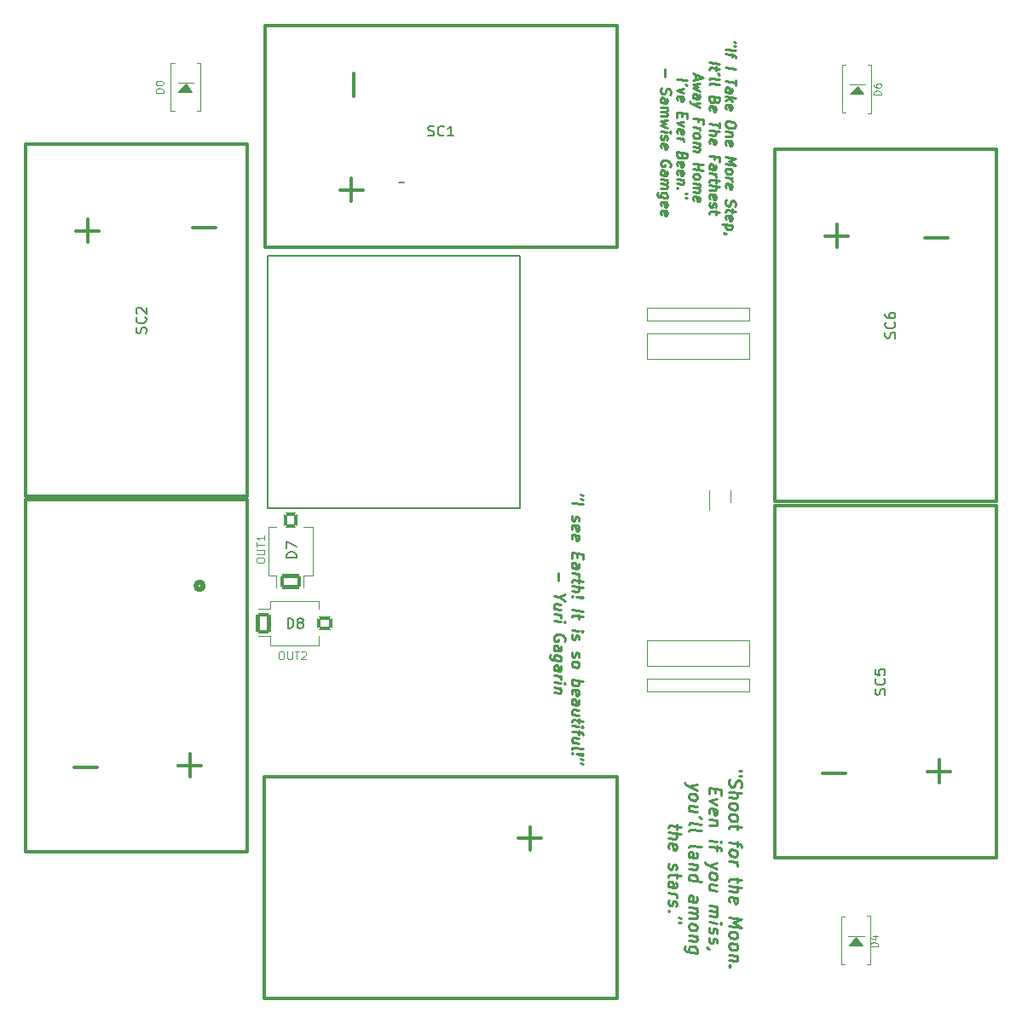
<source format=gto>
%TF.GenerationSoftware,KiCad,Pcbnew,8.0.8*%
%TF.CreationDate,2025-03-29T22:03:17-04:00*%
%TF.ProjectId,ZPlus_Panel,5a506c75-735f-4506-916e-656c2e6b6963,v1b*%
%TF.SameCoordinates,Original*%
%TF.FileFunction,Legend,Top*%
%TF.FilePolarity,Positive*%
%FSLAX46Y46*%
G04 Gerber Fmt 4.6, Leading zero omitted, Abs format (unit mm)*
G04 Created by KiCad (PCBNEW 8.0.8) date 2025-03-29 22:03:17*
%MOMM*%
%LPD*%
G01*
G04 APERTURE LIST*
G04 Aperture macros list*
%AMRoundRect*
0 Rectangle with rounded corners*
0 $1 Rounding radius*
0 $2 $3 $4 $5 $6 $7 $8 $9 X,Y pos of 4 corners*
0 Add a 4 corners polygon primitive as box body*
4,1,4,$2,$3,$4,$5,$6,$7,$8,$9,$2,$3,0*
0 Add four circle primitives for the rounded corners*
1,1,$1+$1,$2,$3*
1,1,$1+$1,$4,$5*
1,1,$1+$1,$6,$7*
1,1,$1+$1,$8,$9*
0 Add four rect primitives between the rounded corners*
20,1,$1+$1,$2,$3,$4,$5,0*
20,1,$1+$1,$4,$5,$6,$7,0*
20,1,$1+$1,$6,$7,$8,$9,0*
20,1,$1+$1,$8,$9,$2,$3,0*%
%AMFreePoly0*
4,1,5,2.000000,-5.500000,-2.000000,-5.500000,-2.000000,5.500000,2.000000,5.500000,2.000000,-5.500000,2.000000,-5.500000,$1*%
G04 Aperture macros list end*
%ADD10C,0.250000*%
%ADD11C,0.150000*%
%ADD12C,0.120000*%
%ADD13C,0.300000*%
%ADD14C,0.100000*%
%ADD15C,0.508000*%
%ADD16C,3.000000*%
%ADD17C,2.600000*%
%ADD18C,3.800000*%
%ADD19RoundRect,0.187500X-0.862500X0.562500X-0.862500X-0.562500X0.862500X-0.562500X0.862500X0.562500X0*%
%ADD20RoundRect,0.162500X-0.487500X0.587500X-0.487500X-0.587500X0.487500X-0.587500X0.487500X0.587500X0*%
%ADD21RoundRect,0.175000X-0.825000X0.525000X-0.825000X-0.525000X0.825000X-0.525000X0.825000X0.525000X0*%
%ADD22RoundRect,0.150000X-0.450000X0.550000X-0.450000X-0.550000X0.450000X-0.550000X0.450000X0.550000X0*%
%ADD23R,1.700000X2.500000*%
%ADD24FreePoly0,90.000000*%
%ADD25R,11.000000X4.000000*%
%ADD26R,3.000000X4.000000*%
%ADD27RoundRect,0.187500X0.562500X0.862500X-0.562500X0.862500X-0.562500X-0.862500X0.562500X-0.862500X0*%
%ADD28RoundRect,0.162500X0.587500X0.487500X-0.587500X0.487500X-0.587500X-0.487500X0.587500X-0.487500X0*%
%ADD29RoundRect,0.175000X0.525000X0.825000X-0.525000X0.825000X-0.525000X-0.825000X0.525000X-0.825000X0*%
%ADD30RoundRect,0.150000X0.550000X0.450000X-0.550000X0.450000X-0.550000X-0.450000X0.550000X-0.450000X0*%
%ADD31R,0.350000X1.000000*%
%ADD32C,2.050000*%
%ADD33C,2.250000*%
G04 APERTURE END LIST*
D10*
X205503371Y-114455953D02*
X205265275Y-114426191D01*
X205503371Y-114932144D02*
X205265275Y-114902382D01*
X204312895Y-115259525D02*
X204253371Y-115430656D01*
X204253371Y-115430656D02*
X204253371Y-115728275D01*
X204253371Y-115728275D02*
X204312895Y-115854763D01*
X204312895Y-115854763D02*
X204372418Y-115921727D01*
X204372418Y-115921727D02*
X204491466Y-115996132D01*
X204491466Y-115996132D02*
X204610514Y-116011013D01*
X204610514Y-116011013D02*
X204729561Y-115966370D01*
X204729561Y-115966370D02*
X204789085Y-115914287D01*
X204789085Y-115914287D02*
X204848609Y-115802680D01*
X204848609Y-115802680D02*
X204908133Y-115572025D01*
X204908133Y-115572025D02*
X204967656Y-115460418D01*
X204967656Y-115460418D02*
X205027180Y-115408334D01*
X205027180Y-115408334D02*
X205146228Y-115363691D01*
X205146228Y-115363691D02*
X205265275Y-115378572D01*
X205265275Y-115378572D02*
X205384323Y-115452977D01*
X205384323Y-115452977D02*
X205443847Y-115519941D01*
X205443847Y-115519941D02*
X205503371Y-115646430D01*
X205503371Y-115646430D02*
X205503371Y-115944049D01*
X205503371Y-115944049D02*
X205443847Y-116115180D01*
X204253371Y-116502084D02*
X205503371Y-116658334D01*
X204253371Y-117037798D02*
X204908133Y-117119644D01*
X204908133Y-117119644D02*
X205027180Y-117075001D01*
X205027180Y-117075001D02*
X205086704Y-116963394D01*
X205086704Y-116963394D02*
X205086704Y-116784822D01*
X205086704Y-116784822D02*
X205027180Y-116658334D01*
X205027180Y-116658334D02*
X204967656Y-116591370D01*
X204253371Y-117811608D02*
X204312895Y-117700000D01*
X204312895Y-117700000D02*
X204372418Y-117647917D01*
X204372418Y-117647917D02*
X204491466Y-117603274D01*
X204491466Y-117603274D02*
X204848609Y-117647917D01*
X204848609Y-117647917D02*
X204967656Y-117722322D01*
X204967656Y-117722322D02*
X205027180Y-117789286D01*
X205027180Y-117789286D02*
X205086704Y-117915774D01*
X205086704Y-117915774D02*
X205086704Y-118094346D01*
X205086704Y-118094346D02*
X205027180Y-118205953D01*
X205027180Y-118205953D02*
X204967656Y-118258036D01*
X204967656Y-118258036D02*
X204848609Y-118302679D01*
X204848609Y-118302679D02*
X204491466Y-118258036D01*
X204491466Y-118258036D02*
X204372418Y-118183631D01*
X204372418Y-118183631D02*
X204312895Y-118116667D01*
X204312895Y-118116667D02*
X204253371Y-117990179D01*
X204253371Y-117990179D02*
X204253371Y-117811608D01*
X204253371Y-118942560D02*
X204312895Y-118830952D01*
X204312895Y-118830952D02*
X204372418Y-118778869D01*
X204372418Y-118778869D02*
X204491466Y-118734226D01*
X204491466Y-118734226D02*
X204848609Y-118778869D01*
X204848609Y-118778869D02*
X204967656Y-118853274D01*
X204967656Y-118853274D02*
X205027180Y-118920238D01*
X205027180Y-118920238D02*
X205086704Y-119046726D01*
X205086704Y-119046726D02*
X205086704Y-119225298D01*
X205086704Y-119225298D02*
X205027180Y-119336905D01*
X205027180Y-119336905D02*
X204967656Y-119388988D01*
X204967656Y-119388988D02*
X204848609Y-119433631D01*
X204848609Y-119433631D02*
X204491466Y-119388988D01*
X204491466Y-119388988D02*
X204372418Y-119314583D01*
X204372418Y-119314583D02*
X204312895Y-119247619D01*
X204312895Y-119247619D02*
X204253371Y-119121131D01*
X204253371Y-119121131D02*
X204253371Y-118942560D01*
X205086704Y-119820535D02*
X205086704Y-120296726D01*
X205503371Y-120051190D02*
X204431942Y-119917262D01*
X204431942Y-119917262D02*
X204312895Y-119961904D01*
X204312895Y-119961904D02*
X204253371Y-120073512D01*
X204253371Y-120073512D02*
X204253371Y-120192559D01*
X205086704Y-121487202D02*
X205086704Y-121963393D01*
X204253371Y-121561607D02*
X205324799Y-121695536D01*
X205324799Y-121695536D02*
X205443847Y-121769940D01*
X205443847Y-121769940D02*
X205503371Y-121896429D01*
X205503371Y-121896429D02*
X205503371Y-122015476D01*
X204253371Y-122454465D02*
X204312895Y-122342857D01*
X204312895Y-122342857D02*
X204372418Y-122290774D01*
X204372418Y-122290774D02*
X204491466Y-122246131D01*
X204491466Y-122246131D02*
X204848609Y-122290774D01*
X204848609Y-122290774D02*
X204967656Y-122365179D01*
X204967656Y-122365179D02*
X205027180Y-122432143D01*
X205027180Y-122432143D02*
X205086704Y-122558631D01*
X205086704Y-122558631D02*
X205086704Y-122737203D01*
X205086704Y-122737203D02*
X205027180Y-122848810D01*
X205027180Y-122848810D02*
X204967656Y-122900893D01*
X204967656Y-122900893D02*
X204848609Y-122945536D01*
X204848609Y-122945536D02*
X204491466Y-122900893D01*
X204491466Y-122900893D02*
X204372418Y-122826488D01*
X204372418Y-122826488D02*
X204312895Y-122759524D01*
X204312895Y-122759524D02*
X204253371Y-122633036D01*
X204253371Y-122633036D02*
X204253371Y-122454465D01*
X204253371Y-123406845D02*
X205086704Y-123511012D01*
X204848609Y-123481250D02*
X204967656Y-123555655D01*
X204967656Y-123555655D02*
X205027180Y-123622619D01*
X205027180Y-123622619D02*
X205086704Y-123749107D01*
X205086704Y-123749107D02*
X205086704Y-123868155D01*
X205086704Y-125058631D02*
X205086704Y-125534822D01*
X205503371Y-125289286D02*
X204431942Y-125155358D01*
X204431942Y-125155358D02*
X204312895Y-125200000D01*
X204312895Y-125200000D02*
X204253371Y-125311608D01*
X204253371Y-125311608D02*
X204253371Y-125430655D01*
X204253371Y-125847322D02*
X205503371Y-126003572D01*
X204253371Y-126383036D02*
X204908133Y-126464882D01*
X204908133Y-126464882D02*
X205027180Y-126420239D01*
X205027180Y-126420239D02*
X205086704Y-126308632D01*
X205086704Y-126308632D02*
X205086704Y-126130060D01*
X205086704Y-126130060D02*
X205027180Y-126003572D01*
X205027180Y-126003572D02*
X204967656Y-125936608D01*
X204312895Y-127461905D02*
X204253371Y-127335417D01*
X204253371Y-127335417D02*
X204253371Y-127097322D01*
X204253371Y-127097322D02*
X204312895Y-126985715D01*
X204312895Y-126985715D02*
X204431942Y-126941072D01*
X204431942Y-126941072D02*
X204908133Y-127000596D01*
X204908133Y-127000596D02*
X205027180Y-127075000D01*
X205027180Y-127075000D02*
X205086704Y-127201488D01*
X205086704Y-127201488D02*
X205086704Y-127439584D01*
X205086704Y-127439584D02*
X205027180Y-127551191D01*
X205027180Y-127551191D02*
X204908133Y-127595834D01*
X204908133Y-127595834D02*
X204789085Y-127580953D01*
X204789085Y-127580953D02*
X204670037Y-126970834D01*
X204253371Y-129002084D02*
X205503371Y-129158334D01*
X205503371Y-129158334D02*
X204610514Y-129463394D01*
X204610514Y-129463394D02*
X205503371Y-129991667D01*
X205503371Y-129991667D02*
X204253371Y-129835417D01*
X204253371Y-130609227D02*
X204312895Y-130497619D01*
X204312895Y-130497619D02*
X204372418Y-130445536D01*
X204372418Y-130445536D02*
X204491466Y-130400893D01*
X204491466Y-130400893D02*
X204848609Y-130445536D01*
X204848609Y-130445536D02*
X204967656Y-130519941D01*
X204967656Y-130519941D02*
X205027180Y-130586905D01*
X205027180Y-130586905D02*
X205086704Y-130713393D01*
X205086704Y-130713393D02*
X205086704Y-130891965D01*
X205086704Y-130891965D02*
X205027180Y-131003572D01*
X205027180Y-131003572D02*
X204967656Y-131055655D01*
X204967656Y-131055655D02*
X204848609Y-131100298D01*
X204848609Y-131100298D02*
X204491466Y-131055655D01*
X204491466Y-131055655D02*
X204372418Y-130981250D01*
X204372418Y-130981250D02*
X204312895Y-130914286D01*
X204312895Y-130914286D02*
X204253371Y-130787798D01*
X204253371Y-130787798D02*
X204253371Y-130609227D01*
X204253371Y-131740179D02*
X204312895Y-131628571D01*
X204312895Y-131628571D02*
X204372418Y-131576488D01*
X204372418Y-131576488D02*
X204491466Y-131531845D01*
X204491466Y-131531845D02*
X204848609Y-131576488D01*
X204848609Y-131576488D02*
X204967656Y-131650893D01*
X204967656Y-131650893D02*
X205027180Y-131717857D01*
X205027180Y-131717857D02*
X205086704Y-131844345D01*
X205086704Y-131844345D02*
X205086704Y-132022917D01*
X205086704Y-132022917D02*
X205027180Y-132134524D01*
X205027180Y-132134524D02*
X204967656Y-132186607D01*
X204967656Y-132186607D02*
X204848609Y-132231250D01*
X204848609Y-132231250D02*
X204491466Y-132186607D01*
X204491466Y-132186607D02*
X204372418Y-132112202D01*
X204372418Y-132112202D02*
X204312895Y-132045238D01*
X204312895Y-132045238D02*
X204253371Y-131918750D01*
X204253371Y-131918750D02*
X204253371Y-131740179D01*
X205086704Y-132796726D02*
X204253371Y-132692559D01*
X204967656Y-132781845D02*
X205027180Y-132848809D01*
X205027180Y-132848809D02*
X205086704Y-132975297D01*
X205086704Y-132975297D02*
X205086704Y-133153869D01*
X205086704Y-133153869D02*
X205027180Y-133265476D01*
X205027180Y-133265476D02*
X204908133Y-133310119D01*
X204908133Y-133310119D02*
X204253371Y-133228273D01*
X204372418Y-133838392D02*
X204312895Y-133890475D01*
X204312895Y-133890475D02*
X204253371Y-133823511D01*
X204253371Y-133823511D02*
X204312895Y-133771428D01*
X204312895Y-133771428D02*
X204372418Y-133838392D01*
X204372418Y-133838392D02*
X204253371Y-133823511D01*
X202895703Y-116197023D02*
X202895703Y-116613690D01*
X202240941Y-116710416D02*
X202240941Y-116115178D01*
X202240941Y-116115178D02*
X203490941Y-116271428D01*
X203490941Y-116271428D02*
X203490941Y-116866666D01*
X203074274Y-117231249D02*
X202240941Y-117424702D01*
X202240941Y-117424702D02*
X203074274Y-117826487D01*
X202300465Y-118682142D02*
X202240941Y-118555654D01*
X202240941Y-118555654D02*
X202240941Y-118317559D01*
X202240941Y-118317559D02*
X202300465Y-118205952D01*
X202300465Y-118205952D02*
X202419512Y-118161309D01*
X202419512Y-118161309D02*
X202895703Y-118220833D01*
X202895703Y-118220833D02*
X203014750Y-118295237D01*
X203014750Y-118295237D02*
X203074274Y-118421725D01*
X203074274Y-118421725D02*
X203074274Y-118659821D01*
X203074274Y-118659821D02*
X203014750Y-118771428D01*
X203014750Y-118771428D02*
X202895703Y-118816071D01*
X202895703Y-118816071D02*
X202776655Y-118801190D01*
X202776655Y-118801190D02*
X202657607Y-118191071D01*
X203074274Y-119374107D02*
X202240941Y-119269940D01*
X202955226Y-119359226D02*
X203014750Y-119426190D01*
X203014750Y-119426190D02*
X203074274Y-119552678D01*
X203074274Y-119552678D02*
X203074274Y-119731250D01*
X203074274Y-119731250D02*
X203014750Y-119842857D01*
X203014750Y-119842857D02*
X202895703Y-119887500D01*
X202895703Y-119887500D02*
X202240941Y-119805654D01*
X202240941Y-121353273D02*
X203074274Y-121457440D01*
X203490941Y-121509523D02*
X203431417Y-121442559D01*
X203431417Y-121442559D02*
X203371893Y-121494642D01*
X203371893Y-121494642D02*
X203431417Y-121561606D01*
X203431417Y-121561606D02*
X203490941Y-121509523D01*
X203490941Y-121509523D02*
X203371893Y-121494642D01*
X203074274Y-121874106D02*
X203074274Y-122350297D01*
X202240941Y-121948511D02*
X203312369Y-122082440D01*
X203312369Y-122082440D02*
X203431417Y-122156844D01*
X203431417Y-122156844D02*
X203490941Y-122283333D01*
X203490941Y-122283333D02*
X203490941Y-122402380D01*
X203074274Y-123600297D02*
X202240941Y-123793750D01*
X203074274Y-124195535D02*
X202240941Y-123793750D01*
X202240941Y-123793750D02*
X201943322Y-123637500D01*
X201943322Y-123637500D02*
X201883798Y-123570535D01*
X201883798Y-123570535D02*
X201824274Y-123444047D01*
X202240941Y-124746131D02*
X202300465Y-124634523D01*
X202300465Y-124634523D02*
X202359988Y-124582440D01*
X202359988Y-124582440D02*
X202479036Y-124537797D01*
X202479036Y-124537797D02*
X202836179Y-124582440D01*
X202836179Y-124582440D02*
X202955226Y-124656845D01*
X202955226Y-124656845D02*
X203014750Y-124723809D01*
X203014750Y-124723809D02*
X203074274Y-124850297D01*
X203074274Y-124850297D02*
X203074274Y-125028869D01*
X203074274Y-125028869D02*
X203014750Y-125140476D01*
X203014750Y-125140476D02*
X202955226Y-125192559D01*
X202955226Y-125192559D02*
X202836179Y-125237202D01*
X202836179Y-125237202D02*
X202479036Y-125192559D01*
X202479036Y-125192559D02*
X202359988Y-125118154D01*
X202359988Y-125118154D02*
X202300465Y-125051190D01*
X202300465Y-125051190D02*
X202240941Y-124924702D01*
X202240941Y-124924702D02*
X202240941Y-124746131D01*
X203074274Y-126338392D02*
X202240941Y-126234225D01*
X203074274Y-125802678D02*
X202419512Y-125720833D01*
X202419512Y-125720833D02*
X202300465Y-125765475D01*
X202300465Y-125765475D02*
X202240941Y-125877083D01*
X202240941Y-125877083D02*
X202240941Y-126055654D01*
X202240941Y-126055654D02*
X202300465Y-126182142D01*
X202300465Y-126182142D02*
X202359988Y-126249106D01*
X202240941Y-127781844D02*
X203074274Y-127886011D01*
X202955226Y-127871130D02*
X203014750Y-127938094D01*
X203014750Y-127938094D02*
X203074274Y-128064582D01*
X203074274Y-128064582D02*
X203074274Y-128243154D01*
X203074274Y-128243154D02*
X203014750Y-128354761D01*
X203014750Y-128354761D02*
X202895703Y-128399404D01*
X202895703Y-128399404D02*
X202240941Y-128317558D01*
X202895703Y-128399404D02*
X203014750Y-128473808D01*
X203014750Y-128473808D02*
X203074274Y-128600296D01*
X203074274Y-128600296D02*
X203074274Y-128778868D01*
X203074274Y-128778868D02*
X203014750Y-128890475D01*
X203014750Y-128890475D02*
X202895703Y-128935118D01*
X202895703Y-128935118D02*
X202240941Y-128853273D01*
X202240941Y-129448511D02*
X203074274Y-129552678D01*
X203490941Y-129604761D02*
X203431417Y-129537797D01*
X203431417Y-129537797D02*
X203371893Y-129589880D01*
X203371893Y-129589880D02*
X203431417Y-129656844D01*
X203431417Y-129656844D02*
X203490941Y-129604761D01*
X203490941Y-129604761D02*
X203371893Y-129589880D01*
X202300465Y-129991666D02*
X202240941Y-130103273D01*
X202240941Y-130103273D02*
X202240941Y-130341368D01*
X202240941Y-130341368D02*
X202300465Y-130467856D01*
X202300465Y-130467856D02*
X202419512Y-130542261D01*
X202419512Y-130542261D02*
X202479036Y-130549701D01*
X202479036Y-130549701D02*
X202598084Y-130505059D01*
X202598084Y-130505059D02*
X202657607Y-130393451D01*
X202657607Y-130393451D02*
X202657607Y-130214880D01*
X202657607Y-130214880D02*
X202717131Y-130103273D01*
X202717131Y-130103273D02*
X202836179Y-130058630D01*
X202836179Y-130058630D02*
X202895703Y-130066071D01*
X202895703Y-130066071D02*
X203014750Y-130140475D01*
X203014750Y-130140475D02*
X203074274Y-130266963D01*
X203074274Y-130266963D02*
X203074274Y-130445535D01*
X203074274Y-130445535D02*
X203014750Y-130557142D01*
X202300465Y-131003571D02*
X202240941Y-131115178D01*
X202240941Y-131115178D02*
X202240941Y-131353273D01*
X202240941Y-131353273D02*
X202300465Y-131479761D01*
X202300465Y-131479761D02*
X202419512Y-131554166D01*
X202419512Y-131554166D02*
X202479036Y-131561606D01*
X202479036Y-131561606D02*
X202598084Y-131516964D01*
X202598084Y-131516964D02*
X202657607Y-131405356D01*
X202657607Y-131405356D02*
X202657607Y-131226785D01*
X202657607Y-131226785D02*
X202717131Y-131115178D01*
X202717131Y-131115178D02*
X202836179Y-131070535D01*
X202836179Y-131070535D02*
X202895703Y-131077976D01*
X202895703Y-131077976D02*
X203014750Y-131152380D01*
X203014750Y-131152380D02*
X203074274Y-131278868D01*
X203074274Y-131278868D02*
X203074274Y-131457440D01*
X203074274Y-131457440D02*
X203014750Y-131569047D01*
X202300465Y-132134523D02*
X202240941Y-132127083D01*
X202240941Y-132127083D02*
X202121893Y-132052678D01*
X202121893Y-132052678D02*
X202062369Y-131985714D01*
X201061844Y-115743156D02*
X200228511Y-115936609D01*
X201061844Y-116338394D02*
X200228511Y-115936609D01*
X200228511Y-115936609D02*
X199930892Y-115780359D01*
X199930892Y-115780359D02*
X199871368Y-115713394D01*
X199871368Y-115713394D02*
X199811844Y-115586906D01*
X200228511Y-116888990D02*
X200288035Y-116777382D01*
X200288035Y-116777382D02*
X200347558Y-116725299D01*
X200347558Y-116725299D02*
X200466606Y-116680656D01*
X200466606Y-116680656D02*
X200823749Y-116725299D01*
X200823749Y-116725299D02*
X200942796Y-116799704D01*
X200942796Y-116799704D02*
X201002320Y-116866668D01*
X201002320Y-116866668D02*
X201061844Y-116993156D01*
X201061844Y-116993156D02*
X201061844Y-117171728D01*
X201061844Y-117171728D02*
X201002320Y-117283335D01*
X201002320Y-117283335D02*
X200942796Y-117335418D01*
X200942796Y-117335418D02*
X200823749Y-117380061D01*
X200823749Y-117380061D02*
X200466606Y-117335418D01*
X200466606Y-117335418D02*
X200347558Y-117261013D01*
X200347558Y-117261013D02*
X200288035Y-117194049D01*
X200288035Y-117194049D02*
X200228511Y-117067561D01*
X200228511Y-117067561D02*
X200228511Y-116888990D01*
X201061844Y-118481251D02*
X200228511Y-118377084D01*
X201061844Y-117945537D02*
X200407082Y-117863692D01*
X200407082Y-117863692D02*
X200288035Y-117908334D01*
X200288035Y-117908334D02*
X200228511Y-118019942D01*
X200228511Y-118019942D02*
X200228511Y-118198513D01*
X200228511Y-118198513D02*
X200288035Y-118325001D01*
X200288035Y-118325001D02*
X200347558Y-118391965D01*
X201478511Y-119188096D02*
X201240415Y-119039286D01*
X200228511Y-119746132D02*
X200288035Y-119634524D01*
X200288035Y-119634524D02*
X200407082Y-119589882D01*
X200407082Y-119589882D02*
X201478511Y-119723810D01*
X200228511Y-120400894D02*
X200288035Y-120289286D01*
X200288035Y-120289286D02*
X200407082Y-120244644D01*
X200407082Y-120244644D02*
X201478511Y-120378572D01*
X200228511Y-122008037D02*
X200288035Y-121896429D01*
X200288035Y-121896429D02*
X200407082Y-121851787D01*
X200407082Y-121851787D02*
X201478511Y-121985715D01*
X200228511Y-123019941D02*
X200883273Y-123101787D01*
X200883273Y-123101787D02*
X201002320Y-123057144D01*
X201002320Y-123057144D02*
X201061844Y-122945537D01*
X201061844Y-122945537D02*
X201061844Y-122707441D01*
X201061844Y-122707441D02*
X201002320Y-122580953D01*
X200288035Y-123027382D02*
X200228511Y-122900894D01*
X200228511Y-122900894D02*
X200228511Y-122603275D01*
X200228511Y-122603275D02*
X200288035Y-122491668D01*
X200288035Y-122491668D02*
X200407082Y-122447025D01*
X200407082Y-122447025D02*
X200526130Y-122461906D01*
X200526130Y-122461906D02*
X200645177Y-122536310D01*
X200645177Y-122536310D02*
X200704701Y-122662799D01*
X200704701Y-122662799D02*
X200704701Y-122960418D01*
X200704701Y-122960418D02*
X200764225Y-123086906D01*
X201061844Y-123719346D02*
X200228511Y-123615179D01*
X200942796Y-123704465D02*
X201002320Y-123771429D01*
X201002320Y-123771429D02*
X201061844Y-123897917D01*
X201061844Y-123897917D02*
X201061844Y-124076489D01*
X201061844Y-124076489D02*
X201002320Y-124188096D01*
X201002320Y-124188096D02*
X200883273Y-124232739D01*
X200883273Y-124232739D02*
X200228511Y-124150893D01*
X200228511Y-125281845D02*
X201478511Y-125438095D01*
X200288035Y-125289286D02*
X200228511Y-125162798D01*
X200228511Y-125162798D02*
X200228511Y-124924703D01*
X200228511Y-124924703D02*
X200288035Y-124813095D01*
X200288035Y-124813095D02*
X200347558Y-124761012D01*
X200347558Y-124761012D02*
X200466606Y-124716369D01*
X200466606Y-124716369D02*
X200823749Y-124761012D01*
X200823749Y-124761012D02*
X200942796Y-124835417D01*
X200942796Y-124835417D02*
X201002320Y-124902381D01*
X201002320Y-124902381D02*
X201061844Y-125028869D01*
X201061844Y-125028869D02*
X201061844Y-125266964D01*
X201061844Y-125266964D02*
X201002320Y-125378572D01*
X200228511Y-127365178D02*
X200883273Y-127447024D01*
X200883273Y-127447024D02*
X201002320Y-127402381D01*
X201002320Y-127402381D02*
X201061844Y-127290774D01*
X201061844Y-127290774D02*
X201061844Y-127052678D01*
X201061844Y-127052678D02*
X201002320Y-126926190D01*
X200288035Y-127372619D02*
X200228511Y-127246131D01*
X200228511Y-127246131D02*
X200228511Y-126948512D01*
X200228511Y-126948512D02*
X200288035Y-126836905D01*
X200288035Y-126836905D02*
X200407082Y-126792262D01*
X200407082Y-126792262D02*
X200526130Y-126807143D01*
X200526130Y-126807143D02*
X200645177Y-126881547D01*
X200645177Y-126881547D02*
X200704701Y-127008036D01*
X200704701Y-127008036D02*
X200704701Y-127305655D01*
X200704701Y-127305655D02*
X200764225Y-127432143D01*
X200228511Y-127960416D02*
X201061844Y-128064583D01*
X200942796Y-128049702D02*
X201002320Y-128116666D01*
X201002320Y-128116666D02*
X201061844Y-128243154D01*
X201061844Y-128243154D02*
X201061844Y-128421726D01*
X201061844Y-128421726D02*
X201002320Y-128533333D01*
X201002320Y-128533333D02*
X200883273Y-128577976D01*
X200883273Y-128577976D02*
X200228511Y-128496130D01*
X200883273Y-128577976D02*
X201002320Y-128652380D01*
X201002320Y-128652380D02*
X201061844Y-128778868D01*
X201061844Y-128778868D02*
X201061844Y-128957440D01*
X201061844Y-128957440D02*
X201002320Y-129069047D01*
X201002320Y-129069047D02*
X200883273Y-129113690D01*
X200883273Y-129113690D02*
X200228511Y-129031845D01*
X200228511Y-129805655D02*
X200288035Y-129694047D01*
X200288035Y-129694047D02*
X200347558Y-129641964D01*
X200347558Y-129641964D02*
X200466606Y-129597321D01*
X200466606Y-129597321D02*
X200823749Y-129641964D01*
X200823749Y-129641964D02*
X200942796Y-129716369D01*
X200942796Y-129716369D02*
X201002320Y-129783333D01*
X201002320Y-129783333D02*
X201061844Y-129909821D01*
X201061844Y-129909821D02*
X201061844Y-130088393D01*
X201061844Y-130088393D02*
X201002320Y-130200000D01*
X201002320Y-130200000D02*
X200942796Y-130252083D01*
X200942796Y-130252083D02*
X200823749Y-130296726D01*
X200823749Y-130296726D02*
X200466606Y-130252083D01*
X200466606Y-130252083D02*
X200347558Y-130177678D01*
X200347558Y-130177678D02*
X200288035Y-130110714D01*
X200288035Y-130110714D02*
X200228511Y-129984226D01*
X200228511Y-129984226D02*
X200228511Y-129805655D01*
X201061844Y-130862202D02*
X200228511Y-130758035D01*
X200942796Y-130847321D02*
X201002320Y-130914285D01*
X201002320Y-130914285D02*
X201061844Y-131040773D01*
X201061844Y-131040773D02*
X201061844Y-131219345D01*
X201061844Y-131219345D02*
X201002320Y-131330952D01*
X201002320Y-131330952D02*
X200883273Y-131375595D01*
X200883273Y-131375595D02*
X200228511Y-131293749D01*
X201061844Y-132528868D02*
X200049939Y-132402380D01*
X200049939Y-132402380D02*
X199930892Y-132327975D01*
X199930892Y-132327975D02*
X199871368Y-132261011D01*
X199871368Y-132261011D02*
X199811844Y-132134523D01*
X199811844Y-132134523D02*
X199811844Y-131955951D01*
X199811844Y-131955951D02*
X199871368Y-131844344D01*
X200288035Y-132432142D02*
X200228511Y-132305654D01*
X200228511Y-132305654D02*
X200228511Y-132067559D01*
X200228511Y-132067559D02*
X200288035Y-131955951D01*
X200288035Y-131955951D02*
X200347558Y-131903868D01*
X200347558Y-131903868D02*
X200466606Y-131859225D01*
X200466606Y-131859225D02*
X200823749Y-131903868D01*
X200823749Y-131903868D02*
X200942796Y-131978273D01*
X200942796Y-131978273D02*
X201002320Y-132045237D01*
X201002320Y-132045237D02*
X201061844Y-132171725D01*
X201061844Y-132171725D02*
X201061844Y-132409820D01*
X201061844Y-132409820D02*
X201002320Y-132521428D01*
X199049414Y-119761011D02*
X199049414Y-120237202D01*
X199466081Y-119991666D02*
X198394652Y-119857738D01*
X198394652Y-119857738D02*
X198275605Y-119902380D01*
X198275605Y-119902380D02*
X198216081Y-120013988D01*
X198216081Y-120013988D02*
X198216081Y-120133035D01*
X198216081Y-120549702D02*
X199466081Y-120705952D01*
X198216081Y-121085416D02*
X198870843Y-121167262D01*
X198870843Y-121167262D02*
X198989890Y-121122619D01*
X198989890Y-121122619D02*
X199049414Y-121011012D01*
X199049414Y-121011012D02*
X199049414Y-120832440D01*
X199049414Y-120832440D02*
X198989890Y-120705952D01*
X198989890Y-120705952D02*
X198930366Y-120638988D01*
X198275605Y-122164285D02*
X198216081Y-122037797D01*
X198216081Y-122037797D02*
X198216081Y-121799702D01*
X198216081Y-121799702D02*
X198275605Y-121688095D01*
X198275605Y-121688095D02*
X198394652Y-121643452D01*
X198394652Y-121643452D02*
X198870843Y-121702976D01*
X198870843Y-121702976D02*
X198989890Y-121777380D01*
X198989890Y-121777380D02*
X199049414Y-121903868D01*
X199049414Y-121903868D02*
X199049414Y-122141964D01*
X199049414Y-122141964D02*
X198989890Y-122253571D01*
X198989890Y-122253571D02*
X198870843Y-122298214D01*
X198870843Y-122298214D02*
X198751795Y-122283333D01*
X198751795Y-122283333D02*
X198632747Y-121673214D01*
X198275605Y-123652381D02*
X198216081Y-123763988D01*
X198216081Y-123763988D02*
X198216081Y-124002083D01*
X198216081Y-124002083D02*
X198275605Y-124128571D01*
X198275605Y-124128571D02*
X198394652Y-124202976D01*
X198394652Y-124202976D02*
X198454176Y-124210416D01*
X198454176Y-124210416D02*
X198573224Y-124165774D01*
X198573224Y-124165774D02*
X198632747Y-124054166D01*
X198632747Y-124054166D02*
X198632747Y-123875595D01*
X198632747Y-123875595D02*
X198692271Y-123763988D01*
X198692271Y-123763988D02*
X198811319Y-123719345D01*
X198811319Y-123719345D02*
X198870843Y-123726786D01*
X198870843Y-123726786D02*
X198989890Y-123801190D01*
X198989890Y-123801190D02*
X199049414Y-123927678D01*
X199049414Y-123927678D02*
X199049414Y-124106250D01*
X199049414Y-124106250D02*
X198989890Y-124217857D01*
X199049414Y-124641964D02*
X199049414Y-125118155D01*
X199466081Y-124872619D02*
X198394652Y-124738691D01*
X198394652Y-124738691D02*
X198275605Y-124783333D01*
X198275605Y-124783333D02*
X198216081Y-124894941D01*
X198216081Y-124894941D02*
X198216081Y-125013988D01*
X198216081Y-125966369D02*
X198870843Y-126048215D01*
X198870843Y-126048215D02*
X198989890Y-126003572D01*
X198989890Y-126003572D02*
X199049414Y-125891965D01*
X199049414Y-125891965D02*
X199049414Y-125653869D01*
X199049414Y-125653869D02*
X198989890Y-125527381D01*
X198275605Y-125973810D02*
X198216081Y-125847322D01*
X198216081Y-125847322D02*
X198216081Y-125549703D01*
X198216081Y-125549703D02*
X198275605Y-125438096D01*
X198275605Y-125438096D02*
X198394652Y-125393453D01*
X198394652Y-125393453D02*
X198513700Y-125408334D01*
X198513700Y-125408334D02*
X198632747Y-125482738D01*
X198632747Y-125482738D02*
X198692271Y-125609227D01*
X198692271Y-125609227D02*
X198692271Y-125906846D01*
X198692271Y-125906846D02*
X198751795Y-126033334D01*
X198216081Y-126561607D02*
X199049414Y-126665774D01*
X198811319Y-126636012D02*
X198930366Y-126710417D01*
X198930366Y-126710417D02*
X198989890Y-126777381D01*
X198989890Y-126777381D02*
X199049414Y-126903869D01*
X199049414Y-126903869D02*
X199049414Y-127022917D01*
X198275605Y-127283334D02*
X198216081Y-127394941D01*
X198216081Y-127394941D02*
X198216081Y-127633036D01*
X198216081Y-127633036D02*
X198275605Y-127759524D01*
X198275605Y-127759524D02*
X198394652Y-127833929D01*
X198394652Y-127833929D02*
X198454176Y-127841369D01*
X198454176Y-127841369D02*
X198573224Y-127796727D01*
X198573224Y-127796727D02*
X198632747Y-127685119D01*
X198632747Y-127685119D02*
X198632747Y-127506548D01*
X198632747Y-127506548D02*
X198692271Y-127394941D01*
X198692271Y-127394941D02*
X198811319Y-127350298D01*
X198811319Y-127350298D02*
X198870843Y-127357739D01*
X198870843Y-127357739D02*
X198989890Y-127432143D01*
X198989890Y-127432143D02*
X199049414Y-127558631D01*
X199049414Y-127558631D02*
X199049414Y-127737203D01*
X199049414Y-127737203D02*
X198989890Y-127848810D01*
X198335128Y-128362203D02*
X198275605Y-128414286D01*
X198275605Y-128414286D02*
X198216081Y-128347322D01*
X198216081Y-128347322D02*
X198275605Y-128295239D01*
X198275605Y-128295239D02*
X198335128Y-128362203D01*
X198335128Y-128362203D02*
X198216081Y-128347322D01*
X199466081Y-129039286D02*
X199227985Y-129009524D01*
X199466081Y-129515477D02*
X199227985Y-129485715D01*
X189714588Y-87055954D02*
X189505064Y-87029763D01*
X189714588Y-87475001D02*
X189505064Y-87448811D01*
X188614588Y-87808930D02*
X189714588Y-87946430D01*
X188666969Y-89125001D02*
X188614588Y-89223216D01*
X188614588Y-89223216D02*
X188614588Y-89432739D01*
X188614588Y-89432739D02*
X188666969Y-89544049D01*
X188666969Y-89544049D02*
X188771730Y-89609525D01*
X188771730Y-89609525D02*
X188824111Y-89616073D01*
X188824111Y-89616073D02*
X188928873Y-89576787D01*
X188928873Y-89576787D02*
X188981254Y-89478573D01*
X188981254Y-89478573D02*
X188981254Y-89321430D01*
X188981254Y-89321430D02*
X189033635Y-89223216D01*
X189033635Y-89223216D02*
X189138397Y-89183930D01*
X189138397Y-89183930D02*
X189190778Y-89190478D01*
X189190778Y-89190478D02*
X189295540Y-89255954D01*
X189295540Y-89255954D02*
X189347921Y-89367263D01*
X189347921Y-89367263D02*
X189347921Y-89524406D01*
X189347921Y-89524406D02*
X189295540Y-89622620D01*
X188666969Y-90486906D02*
X188614588Y-90375596D01*
X188614588Y-90375596D02*
X188614588Y-90166073D01*
X188614588Y-90166073D02*
X188666969Y-90067858D01*
X188666969Y-90067858D02*
X188771730Y-90028573D01*
X188771730Y-90028573D02*
X189190778Y-90080954D01*
X189190778Y-90080954D02*
X189295540Y-90146430D01*
X189295540Y-90146430D02*
X189347921Y-90257739D01*
X189347921Y-90257739D02*
X189347921Y-90467263D01*
X189347921Y-90467263D02*
X189295540Y-90565477D01*
X189295540Y-90565477D02*
X189190778Y-90604763D01*
X189190778Y-90604763D02*
X189086016Y-90591668D01*
X189086016Y-90591668D02*
X188981254Y-90054763D01*
X188666969Y-91429763D02*
X188614588Y-91318453D01*
X188614588Y-91318453D02*
X188614588Y-91108930D01*
X188614588Y-91108930D02*
X188666969Y-91010715D01*
X188666969Y-91010715D02*
X188771730Y-90971430D01*
X188771730Y-90971430D02*
X189190778Y-91023811D01*
X189190778Y-91023811D02*
X189295540Y-91089287D01*
X189295540Y-91089287D02*
X189347921Y-91200596D01*
X189347921Y-91200596D02*
X189347921Y-91410120D01*
X189347921Y-91410120D02*
X189295540Y-91508334D01*
X189295540Y-91508334D02*
X189190778Y-91547620D01*
X189190778Y-91547620D02*
X189086016Y-91534525D01*
X189086016Y-91534525D02*
X188981254Y-90997620D01*
X189190778Y-92857143D02*
X189190778Y-93223810D01*
X188614588Y-93308929D02*
X188614588Y-92785120D01*
X188614588Y-92785120D02*
X189714588Y-92922620D01*
X189714588Y-92922620D02*
X189714588Y-93446429D01*
X188614588Y-94251786D02*
X189190778Y-94323810D01*
X189190778Y-94323810D02*
X189295540Y-94284524D01*
X189295540Y-94284524D02*
X189347921Y-94186310D01*
X189347921Y-94186310D02*
X189347921Y-93976786D01*
X189347921Y-93976786D02*
X189295540Y-93865477D01*
X188666969Y-94258334D02*
X188614588Y-94147024D01*
X188614588Y-94147024D02*
X188614588Y-93885120D01*
X188614588Y-93885120D02*
X188666969Y-93786905D01*
X188666969Y-93786905D02*
X188771730Y-93747620D01*
X188771730Y-93747620D02*
X188876492Y-93760715D01*
X188876492Y-93760715D02*
X188981254Y-93826191D01*
X188981254Y-93826191D02*
X189033635Y-93937501D01*
X189033635Y-93937501D02*
X189033635Y-94199405D01*
X189033635Y-94199405D02*
X189086016Y-94310715D01*
X188614588Y-94775596D02*
X189347921Y-94867262D01*
X189138397Y-94841072D02*
X189243159Y-94906548D01*
X189243159Y-94906548D02*
X189295540Y-94965477D01*
X189295540Y-94965477D02*
X189347921Y-95076786D01*
X189347921Y-95076786D02*
X189347921Y-95181548D01*
X189347921Y-95391071D02*
X189347921Y-95810119D01*
X189714588Y-95594048D02*
X188771730Y-95476191D01*
X188771730Y-95476191D02*
X188666969Y-95515476D01*
X188666969Y-95515476D02*
X188614588Y-95613691D01*
X188614588Y-95613691D02*
X188614588Y-95718452D01*
X188614588Y-96085119D02*
X189714588Y-96222619D01*
X188614588Y-96556547D02*
X189190778Y-96628571D01*
X189190778Y-96628571D02*
X189295540Y-96589285D01*
X189295540Y-96589285D02*
X189347921Y-96491071D01*
X189347921Y-96491071D02*
X189347921Y-96333928D01*
X189347921Y-96333928D02*
X189295540Y-96222619D01*
X189295540Y-96222619D02*
X189243159Y-96163690D01*
X188719349Y-97093452D02*
X188666969Y-97139285D01*
X188666969Y-97139285D02*
X188614588Y-97080357D01*
X188614588Y-97080357D02*
X188666969Y-97034523D01*
X188666969Y-97034523D02*
X188719349Y-97093452D01*
X188719349Y-97093452D02*
X188614588Y-97080357D01*
X189033635Y-97132738D02*
X189662207Y-97158928D01*
X189662207Y-97158928D02*
X189714588Y-97217857D01*
X189714588Y-97217857D02*
X189662207Y-97263690D01*
X189662207Y-97263690D02*
X189033635Y-97132738D01*
X189033635Y-97132738D02*
X189714588Y-97217857D01*
X188614588Y-98442262D02*
X189714588Y-98579762D01*
X189347921Y-98900595D02*
X189347921Y-99319643D01*
X189714588Y-99103572D02*
X188771730Y-98985715D01*
X188771730Y-98985715D02*
X188666969Y-99025000D01*
X188666969Y-99025000D02*
X188614588Y-99123215D01*
X188614588Y-99123215D02*
X188614588Y-99227976D01*
X188614588Y-100432738D02*
X189347921Y-100524404D01*
X189714588Y-100570238D02*
X189662207Y-100511309D01*
X189662207Y-100511309D02*
X189609826Y-100557142D01*
X189609826Y-100557142D02*
X189662207Y-100616071D01*
X189662207Y-100616071D02*
X189714588Y-100570238D01*
X189714588Y-100570238D02*
X189609826Y-100557142D01*
X188666969Y-100910714D02*
X188614588Y-101008929D01*
X188614588Y-101008929D02*
X188614588Y-101218452D01*
X188614588Y-101218452D02*
X188666969Y-101329762D01*
X188666969Y-101329762D02*
X188771730Y-101395238D01*
X188771730Y-101395238D02*
X188824111Y-101401786D01*
X188824111Y-101401786D02*
X188928873Y-101362500D01*
X188928873Y-101362500D02*
X188981254Y-101264286D01*
X188981254Y-101264286D02*
X188981254Y-101107143D01*
X188981254Y-101107143D02*
X189033635Y-101008929D01*
X189033635Y-101008929D02*
X189138397Y-100969643D01*
X189138397Y-100969643D02*
X189190778Y-100976191D01*
X189190778Y-100976191D02*
X189295540Y-101041667D01*
X189295540Y-101041667D02*
X189347921Y-101152976D01*
X189347921Y-101152976D02*
X189347921Y-101310119D01*
X189347921Y-101310119D02*
X189295540Y-101408333D01*
X188666969Y-102639285D02*
X188614588Y-102737500D01*
X188614588Y-102737500D02*
X188614588Y-102947023D01*
X188614588Y-102947023D02*
X188666969Y-103058333D01*
X188666969Y-103058333D02*
X188771730Y-103123809D01*
X188771730Y-103123809D02*
X188824111Y-103130357D01*
X188824111Y-103130357D02*
X188928873Y-103091071D01*
X188928873Y-103091071D02*
X188981254Y-102992857D01*
X188981254Y-102992857D02*
X188981254Y-102835714D01*
X188981254Y-102835714D02*
X189033635Y-102737500D01*
X189033635Y-102737500D02*
X189138397Y-102698214D01*
X189138397Y-102698214D02*
X189190778Y-102704762D01*
X189190778Y-102704762D02*
X189295540Y-102770238D01*
X189295540Y-102770238D02*
X189347921Y-102881547D01*
X189347921Y-102881547D02*
X189347921Y-103038690D01*
X189347921Y-103038690D02*
X189295540Y-103136904D01*
X188614588Y-103732738D02*
X188666969Y-103634523D01*
X188666969Y-103634523D02*
X188719349Y-103588690D01*
X188719349Y-103588690D02*
X188824111Y-103549404D01*
X188824111Y-103549404D02*
X189138397Y-103588690D01*
X189138397Y-103588690D02*
X189243159Y-103654166D01*
X189243159Y-103654166D02*
X189295540Y-103713095D01*
X189295540Y-103713095D02*
X189347921Y-103824404D01*
X189347921Y-103824404D02*
X189347921Y-103981547D01*
X189347921Y-103981547D02*
X189295540Y-104079761D01*
X189295540Y-104079761D02*
X189243159Y-104125595D01*
X189243159Y-104125595D02*
X189138397Y-104164880D01*
X189138397Y-104164880D02*
X188824111Y-104125595D01*
X188824111Y-104125595D02*
X188719349Y-104060118D01*
X188719349Y-104060118D02*
X188666969Y-104001190D01*
X188666969Y-104001190D02*
X188614588Y-103889880D01*
X188614588Y-103889880D02*
X188614588Y-103732738D01*
X188614588Y-105408928D02*
X189714588Y-105546428D01*
X189295540Y-105494047D02*
X189347921Y-105605356D01*
X189347921Y-105605356D02*
X189347921Y-105814880D01*
X189347921Y-105814880D02*
X189295540Y-105913094D01*
X189295540Y-105913094D02*
X189243159Y-105958928D01*
X189243159Y-105958928D02*
X189138397Y-105998213D01*
X189138397Y-105998213D02*
X188824111Y-105958928D01*
X188824111Y-105958928D02*
X188719349Y-105893451D01*
X188719349Y-105893451D02*
X188666969Y-105834523D01*
X188666969Y-105834523D02*
X188614588Y-105723213D01*
X188614588Y-105723213D02*
X188614588Y-105513690D01*
X188614588Y-105513690D02*
X188666969Y-105415475D01*
X188666969Y-106829761D02*
X188614588Y-106718451D01*
X188614588Y-106718451D02*
X188614588Y-106508928D01*
X188614588Y-106508928D02*
X188666969Y-106410713D01*
X188666969Y-106410713D02*
X188771730Y-106371428D01*
X188771730Y-106371428D02*
X189190778Y-106423809D01*
X189190778Y-106423809D02*
X189295540Y-106489285D01*
X189295540Y-106489285D02*
X189347921Y-106600594D01*
X189347921Y-106600594D02*
X189347921Y-106810118D01*
X189347921Y-106810118D02*
X189295540Y-106908332D01*
X189295540Y-106908332D02*
X189190778Y-106947618D01*
X189190778Y-106947618D02*
X189086016Y-106934523D01*
X189086016Y-106934523D02*
X188981254Y-106397618D01*
X188614588Y-107818451D02*
X189190778Y-107890475D01*
X189190778Y-107890475D02*
X189295540Y-107851189D01*
X189295540Y-107851189D02*
X189347921Y-107752975D01*
X189347921Y-107752975D02*
X189347921Y-107543451D01*
X189347921Y-107543451D02*
X189295540Y-107432142D01*
X188666969Y-107824999D02*
X188614588Y-107713689D01*
X188614588Y-107713689D02*
X188614588Y-107451785D01*
X188614588Y-107451785D02*
X188666969Y-107353570D01*
X188666969Y-107353570D02*
X188771730Y-107314285D01*
X188771730Y-107314285D02*
X188876492Y-107327380D01*
X188876492Y-107327380D02*
X188981254Y-107392856D01*
X188981254Y-107392856D02*
X189033635Y-107504166D01*
X189033635Y-107504166D02*
X189033635Y-107766070D01*
X189033635Y-107766070D02*
X189086016Y-107877380D01*
X189347921Y-108905356D02*
X188614588Y-108813689D01*
X189347921Y-108433927D02*
X188771730Y-108361904D01*
X188771730Y-108361904D02*
X188666969Y-108401189D01*
X188666969Y-108401189D02*
X188614588Y-108499404D01*
X188614588Y-108499404D02*
X188614588Y-108656546D01*
X188614588Y-108656546D02*
X188666969Y-108767856D01*
X188666969Y-108767856D02*
X188719349Y-108826784D01*
X189347921Y-109272022D02*
X189347921Y-109691070D01*
X189714588Y-109474999D02*
X188771730Y-109357142D01*
X188771730Y-109357142D02*
X188666969Y-109396427D01*
X188666969Y-109396427D02*
X188614588Y-109494642D01*
X188614588Y-109494642D02*
X188614588Y-109599403D01*
X188614588Y-109966070D02*
X189347921Y-110057736D01*
X189714588Y-110103570D02*
X189662207Y-110044641D01*
X189662207Y-110044641D02*
X189609826Y-110090474D01*
X189609826Y-110090474D02*
X189662207Y-110149403D01*
X189662207Y-110149403D02*
X189714588Y-110103570D01*
X189714588Y-110103570D02*
X189609826Y-110090474D01*
X189347921Y-110424403D02*
X189347921Y-110843451D01*
X188614588Y-110489880D02*
X189557445Y-110607737D01*
X189557445Y-110607737D02*
X189662207Y-110673213D01*
X189662207Y-110673213D02*
X189714588Y-110784523D01*
X189714588Y-110784523D02*
X189714588Y-110889284D01*
X189347921Y-111681546D02*
X188614588Y-111589879D01*
X189347921Y-111210117D02*
X188771730Y-111138094D01*
X188771730Y-111138094D02*
X188666969Y-111177379D01*
X188666969Y-111177379D02*
X188614588Y-111275594D01*
X188614588Y-111275594D02*
X188614588Y-111432736D01*
X188614588Y-111432736D02*
X188666969Y-111544046D01*
X188666969Y-111544046D02*
X188719349Y-111602974D01*
X188614588Y-112270832D02*
X188666969Y-112172617D01*
X188666969Y-112172617D02*
X188771730Y-112133332D01*
X188771730Y-112133332D02*
X189714588Y-112251189D01*
X188719349Y-112702974D02*
X188666969Y-112748807D01*
X188666969Y-112748807D02*
X188614588Y-112689879D01*
X188614588Y-112689879D02*
X188666969Y-112644045D01*
X188666969Y-112644045D02*
X188719349Y-112702974D01*
X188719349Y-112702974D02*
X188614588Y-112689879D01*
X189033635Y-112742260D02*
X189662207Y-112768450D01*
X189662207Y-112768450D02*
X189714588Y-112827379D01*
X189714588Y-112827379D02*
X189662207Y-112873212D01*
X189662207Y-112873212D02*
X189033635Y-112742260D01*
X189033635Y-112742260D02*
X189714588Y-112827379D01*
X189714588Y-113298808D02*
X189505064Y-113272617D01*
X189714588Y-113717855D02*
X189505064Y-113691665D01*
X187262697Y-94749405D02*
X187262697Y-95587500D01*
X187367459Y-97172024D02*
X186843650Y-97106547D01*
X187943650Y-96877381D02*
X187367459Y-97172024D01*
X187367459Y-97172024D02*
X187943650Y-97610714D01*
X187576983Y-98402976D02*
X186843650Y-98311309D01*
X187576983Y-97931547D02*
X187000792Y-97859524D01*
X187000792Y-97859524D02*
X186896031Y-97898809D01*
X186896031Y-97898809D02*
X186843650Y-97997024D01*
X186843650Y-97997024D02*
X186843650Y-98154166D01*
X186843650Y-98154166D02*
X186896031Y-98265476D01*
X186896031Y-98265476D02*
X186948411Y-98324404D01*
X186843650Y-98835119D02*
X187576983Y-98926785D01*
X187367459Y-98900595D02*
X187472221Y-98966071D01*
X187472221Y-98966071D02*
X187524602Y-99025000D01*
X187524602Y-99025000D02*
X187576983Y-99136309D01*
X187576983Y-99136309D02*
X187576983Y-99241071D01*
X186843650Y-99516071D02*
X187576983Y-99607737D01*
X187943650Y-99653571D02*
X187891269Y-99594642D01*
X187891269Y-99594642D02*
X187838888Y-99640475D01*
X187838888Y-99640475D02*
X187891269Y-99699404D01*
X187891269Y-99699404D02*
X187943650Y-99653571D01*
X187943650Y-99653571D02*
X187838888Y-99640475D01*
X187891269Y-101585119D02*
X187943650Y-101486904D01*
X187943650Y-101486904D02*
X187943650Y-101329761D01*
X187943650Y-101329761D02*
X187891269Y-101166071D01*
X187891269Y-101166071D02*
X187786507Y-101048214D01*
X187786507Y-101048214D02*
X187681745Y-100982738D01*
X187681745Y-100982738D02*
X187472221Y-100904166D01*
X187472221Y-100904166D02*
X187315078Y-100884523D01*
X187315078Y-100884523D02*
X187105554Y-100910714D01*
X187105554Y-100910714D02*
X187000792Y-100949999D01*
X187000792Y-100949999D02*
X186896031Y-101041666D01*
X186896031Y-101041666D02*
X186843650Y-101192261D01*
X186843650Y-101192261D02*
X186843650Y-101297023D01*
X186843650Y-101297023D02*
X186896031Y-101460714D01*
X186896031Y-101460714D02*
X186948411Y-101519642D01*
X186948411Y-101519642D02*
X187315078Y-101565476D01*
X187315078Y-101565476D02*
X187315078Y-101355952D01*
X186843650Y-102449404D02*
X187419840Y-102521428D01*
X187419840Y-102521428D02*
X187524602Y-102482142D01*
X187524602Y-102482142D02*
X187576983Y-102383928D01*
X187576983Y-102383928D02*
X187576983Y-102174404D01*
X187576983Y-102174404D02*
X187524602Y-102063095D01*
X186896031Y-102455952D02*
X186843650Y-102344642D01*
X186843650Y-102344642D02*
X186843650Y-102082738D01*
X186843650Y-102082738D02*
X186896031Y-101984523D01*
X186896031Y-101984523D02*
X187000792Y-101945238D01*
X187000792Y-101945238D02*
X187105554Y-101958333D01*
X187105554Y-101958333D02*
X187210316Y-102023809D01*
X187210316Y-102023809D02*
X187262697Y-102135119D01*
X187262697Y-102135119D02*
X187262697Y-102397023D01*
X187262697Y-102397023D02*
X187315078Y-102508333D01*
X187576983Y-103536309D02*
X186686507Y-103424999D01*
X186686507Y-103424999D02*
X186581745Y-103359523D01*
X186581745Y-103359523D02*
X186529364Y-103300595D01*
X186529364Y-103300595D02*
X186476983Y-103189285D01*
X186476983Y-103189285D02*
X186476983Y-103032142D01*
X186476983Y-103032142D02*
X186529364Y-102933928D01*
X186896031Y-103451190D02*
X186843650Y-103339880D01*
X186843650Y-103339880D02*
X186843650Y-103130357D01*
X186843650Y-103130357D02*
X186896031Y-103032142D01*
X186896031Y-103032142D02*
X186948411Y-102986309D01*
X186948411Y-102986309D02*
X187053173Y-102947023D01*
X187053173Y-102947023D02*
X187367459Y-102986309D01*
X187367459Y-102986309D02*
X187472221Y-103051785D01*
X187472221Y-103051785D02*
X187524602Y-103110714D01*
X187524602Y-103110714D02*
X187576983Y-103222023D01*
X187576983Y-103222023D02*
X187576983Y-103431547D01*
X187576983Y-103431547D02*
X187524602Y-103529761D01*
X186843650Y-104439880D02*
X187419840Y-104511904D01*
X187419840Y-104511904D02*
X187524602Y-104472618D01*
X187524602Y-104472618D02*
X187576983Y-104374404D01*
X187576983Y-104374404D02*
X187576983Y-104164880D01*
X187576983Y-104164880D02*
X187524602Y-104053571D01*
X186896031Y-104446428D02*
X186843650Y-104335118D01*
X186843650Y-104335118D02*
X186843650Y-104073214D01*
X186843650Y-104073214D02*
X186896031Y-103974999D01*
X186896031Y-103974999D02*
X187000792Y-103935714D01*
X187000792Y-103935714D02*
X187105554Y-103948809D01*
X187105554Y-103948809D02*
X187210316Y-104014285D01*
X187210316Y-104014285D02*
X187262697Y-104125595D01*
X187262697Y-104125595D02*
X187262697Y-104387499D01*
X187262697Y-104387499D02*
X187315078Y-104498809D01*
X186843650Y-104963690D02*
X187576983Y-105055356D01*
X187367459Y-105029166D02*
X187472221Y-105094642D01*
X187472221Y-105094642D02*
X187524602Y-105153571D01*
X187524602Y-105153571D02*
X187576983Y-105264880D01*
X187576983Y-105264880D02*
X187576983Y-105369642D01*
X186843650Y-105644642D02*
X187576983Y-105736308D01*
X187943650Y-105782142D02*
X187891269Y-105723213D01*
X187891269Y-105723213D02*
X187838888Y-105769046D01*
X187838888Y-105769046D02*
X187891269Y-105827975D01*
X187891269Y-105827975D02*
X187943650Y-105782142D01*
X187943650Y-105782142D02*
X187838888Y-105769046D01*
X187576983Y-106260118D02*
X186843650Y-106168452D01*
X187472221Y-106247023D02*
X187524602Y-106305952D01*
X187524602Y-106305952D02*
X187576983Y-106417261D01*
X187576983Y-106417261D02*
X187576983Y-106574404D01*
X187576983Y-106574404D02*
X187524602Y-106672618D01*
X187524602Y-106672618D02*
X187419840Y-106711904D01*
X187419840Y-106711904D02*
X186843650Y-106639880D01*
X204895268Y-42091665D02*
X204704792Y-42067856D01*
X204895268Y-42472618D02*
X204704792Y-42448808D01*
X203895268Y-42776189D02*
X204895268Y-42901189D01*
X204561935Y-43192856D02*
X204561935Y-43573808D01*
X203895268Y-43252379D02*
X204752411Y-43359522D01*
X204752411Y-43359522D02*
X204847649Y-43419046D01*
X204847649Y-43419046D02*
X204895268Y-43520237D01*
X204895268Y-43520237D02*
X204895268Y-43615475D01*
X203895268Y-44585713D02*
X204895268Y-44710713D01*
X204895268Y-45805951D02*
X204895268Y-46377380D01*
X203895268Y-45966666D02*
X204895268Y-46091666D01*
X203895268Y-47014285D02*
X204419078Y-47079761D01*
X204419078Y-47079761D02*
X204514316Y-47044047D01*
X204514316Y-47044047D02*
X204561935Y-46954761D01*
X204561935Y-46954761D02*
X204561935Y-46764285D01*
X204561935Y-46764285D02*
X204514316Y-46663094D01*
X203942888Y-47020237D02*
X203895268Y-46919047D01*
X203895268Y-46919047D02*
X203895268Y-46680951D01*
X203895268Y-46680951D02*
X203942888Y-46591666D01*
X203942888Y-46591666D02*
X204038126Y-46555951D01*
X204038126Y-46555951D02*
X204133364Y-46567856D01*
X204133364Y-46567856D02*
X204228602Y-46627380D01*
X204228602Y-46627380D02*
X204276221Y-46728571D01*
X204276221Y-46728571D02*
X204276221Y-46966666D01*
X204276221Y-46966666D02*
X204323840Y-47067856D01*
X203895268Y-47490475D02*
X204895268Y-47615475D01*
X204276221Y-47633333D02*
X203895268Y-47871428D01*
X204561935Y-47954761D02*
X204180983Y-47526190D01*
X203942888Y-48686904D02*
X203895268Y-48585714D01*
X203895268Y-48585714D02*
X203895268Y-48395237D01*
X203895268Y-48395237D02*
X203942888Y-48305952D01*
X203942888Y-48305952D02*
X204038126Y-48270237D01*
X204038126Y-48270237D02*
X204419078Y-48317857D01*
X204419078Y-48317857D02*
X204514316Y-48377380D01*
X204514316Y-48377380D02*
X204561935Y-48478571D01*
X204561935Y-48478571D02*
X204561935Y-48669047D01*
X204561935Y-48669047D02*
X204514316Y-48758333D01*
X204514316Y-48758333D02*
X204419078Y-48794047D01*
X204419078Y-48794047D02*
X204323840Y-48782142D01*
X204323840Y-48782142D02*
X204228602Y-48294047D01*
X204895268Y-50234524D02*
X204895268Y-50425000D01*
X204895268Y-50425000D02*
X204847649Y-50514285D01*
X204847649Y-50514285D02*
X204752411Y-50597619D01*
X204752411Y-50597619D02*
X204561935Y-50621428D01*
X204561935Y-50621428D02*
X204228602Y-50579762D01*
X204228602Y-50579762D02*
X204038126Y-50508333D01*
X204038126Y-50508333D02*
X203942888Y-50401190D01*
X203942888Y-50401190D02*
X203895268Y-50300000D01*
X203895268Y-50300000D02*
X203895268Y-50109524D01*
X203895268Y-50109524D02*
X203942888Y-50020238D01*
X203942888Y-50020238D02*
X204038126Y-49936905D01*
X204038126Y-49936905D02*
X204228602Y-49913095D01*
X204228602Y-49913095D02*
X204561935Y-49954762D01*
X204561935Y-49954762D02*
X204752411Y-50026190D01*
X204752411Y-50026190D02*
X204847649Y-50133333D01*
X204847649Y-50133333D02*
X204895268Y-50234524D01*
X204561935Y-51050000D02*
X203895268Y-50966666D01*
X204466697Y-51038095D02*
X204514316Y-51091666D01*
X204514316Y-51091666D02*
X204561935Y-51192857D01*
X204561935Y-51192857D02*
X204561935Y-51335714D01*
X204561935Y-51335714D02*
X204514316Y-51425000D01*
X204514316Y-51425000D02*
X204419078Y-51460714D01*
X204419078Y-51460714D02*
X203895268Y-51395238D01*
X203942888Y-52258333D02*
X203895268Y-52157143D01*
X203895268Y-52157143D02*
X203895268Y-51966666D01*
X203895268Y-51966666D02*
X203942888Y-51877381D01*
X203942888Y-51877381D02*
X204038126Y-51841666D01*
X204038126Y-51841666D02*
X204419078Y-51889286D01*
X204419078Y-51889286D02*
X204514316Y-51948809D01*
X204514316Y-51948809D02*
X204561935Y-52050000D01*
X204561935Y-52050000D02*
X204561935Y-52240476D01*
X204561935Y-52240476D02*
X204514316Y-52329762D01*
X204514316Y-52329762D02*
X204419078Y-52365476D01*
X204419078Y-52365476D02*
X204323840Y-52353571D01*
X204323840Y-52353571D02*
X204228602Y-51865476D01*
X203895268Y-53490476D02*
X204895268Y-53615476D01*
X204895268Y-53615476D02*
X204180983Y-53859524D01*
X204180983Y-53859524D02*
X204895268Y-54282143D01*
X204895268Y-54282143D02*
X203895268Y-54157143D01*
X203895268Y-54776191D02*
X203942888Y-54686905D01*
X203942888Y-54686905D02*
X203990507Y-54645238D01*
X203990507Y-54645238D02*
X204085745Y-54609524D01*
X204085745Y-54609524D02*
X204371459Y-54645238D01*
X204371459Y-54645238D02*
X204466697Y-54704762D01*
X204466697Y-54704762D02*
X204514316Y-54758333D01*
X204514316Y-54758333D02*
X204561935Y-54859524D01*
X204561935Y-54859524D02*
X204561935Y-55002381D01*
X204561935Y-55002381D02*
X204514316Y-55091667D01*
X204514316Y-55091667D02*
X204466697Y-55133333D01*
X204466697Y-55133333D02*
X204371459Y-55169048D01*
X204371459Y-55169048D02*
X204085745Y-55133333D01*
X204085745Y-55133333D02*
X203990507Y-55073810D01*
X203990507Y-55073810D02*
X203942888Y-55020238D01*
X203942888Y-55020238D02*
X203895268Y-54919048D01*
X203895268Y-54919048D02*
X203895268Y-54776191D01*
X203895268Y-55538095D02*
X204561935Y-55621429D01*
X204371459Y-55597619D02*
X204466697Y-55657143D01*
X204466697Y-55657143D02*
X204514316Y-55710714D01*
X204514316Y-55710714D02*
X204561935Y-55811905D01*
X204561935Y-55811905D02*
X204561935Y-55907143D01*
X203942888Y-56544048D02*
X203895268Y-56442858D01*
X203895268Y-56442858D02*
X203895268Y-56252381D01*
X203895268Y-56252381D02*
X203942888Y-56163096D01*
X203942888Y-56163096D02*
X204038126Y-56127381D01*
X204038126Y-56127381D02*
X204419078Y-56175001D01*
X204419078Y-56175001D02*
X204514316Y-56234524D01*
X204514316Y-56234524D02*
X204561935Y-56335715D01*
X204561935Y-56335715D02*
X204561935Y-56526191D01*
X204561935Y-56526191D02*
X204514316Y-56615477D01*
X204514316Y-56615477D02*
X204419078Y-56651191D01*
X204419078Y-56651191D02*
X204323840Y-56639286D01*
X204323840Y-56639286D02*
X204228602Y-56151191D01*
X203942888Y-57734525D02*
X203895268Y-57871429D01*
X203895268Y-57871429D02*
X203895268Y-58109525D01*
X203895268Y-58109525D02*
X203942888Y-58210715D01*
X203942888Y-58210715D02*
X203990507Y-58264287D01*
X203990507Y-58264287D02*
X204085745Y-58323810D01*
X204085745Y-58323810D02*
X204180983Y-58335715D01*
X204180983Y-58335715D02*
X204276221Y-58300001D01*
X204276221Y-58300001D02*
X204323840Y-58258334D01*
X204323840Y-58258334D02*
X204371459Y-58169049D01*
X204371459Y-58169049D02*
X204419078Y-57984525D01*
X204419078Y-57984525D02*
X204466697Y-57895239D01*
X204466697Y-57895239D02*
X204514316Y-57853572D01*
X204514316Y-57853572D02*
X204609554Y-57817858D01*
X204609554Y-57817858D02*
X204704792Y-57829763D01*
X204704792Y-57829763D02*
X204800030Y-57889287D01*
X204800030Y-57889287D02*
X204847649Y-57942858D01*
X204847649Y-57942858D02*
X204895268Y-58044049D01*
X204895268Y-58044049D02*
X204895268Y-58282144D01*
X204895268Y-58282144D02*
X204847649Y-58419049D01*
X204561935Y-58669049D02*
X204561935Y-59050001D01*
X204895268Y-58853572D02*
X204038126Y-58746430D01*
X204038126Y-58746430D02*
X203942888Y-58782144D01*
X203942888Y-58782144D02*
X203895268Y-58871430D01*
X203895268Y-58871430D02*
X203895268Y-58966668D01*
X203942888Y-59686906D02*
X203895268Y-59585716D01*
X203895268Y-59585716D02*
X203895268Y-59395239D01*
X203895268Y-59395239D02*
X203942888Y-59305954D01*
X203942888Y-59305954D02*
X204038126Y-59270239D01*
X204038126Y-59270239D02*
X204419078Y-59317859D01*
X204419078Y-59317859D02*
X204514316Y-59377382D01*
X204514316Y-59377382D02*
X204561935Y-59478573D01*
X204561935Y-59478573D02*
X204561935Y-59669049D01*
X204561935Y-59669049D02*
X204514316Y-59758335D01*
X204514316Y-59758335D02*
X204419078Y-59794049D01*
X204419078Y-59794049D02*
X204323840Y-59782144D01*
X204323840Y-59782144D02*
X204228602Y-59294049D01*
X204561935Y-60240478D02*
X203561935Y-60115478D01*
X204514316Y-60234525D02*
X204561935Y-60335716D01*
X204561935Y-60335716D02*
X204561935Y-60526192D01*
X204561935Y-60526192D02*
X204514316Y-60615478D01*
X204514316Y-60615478D02*
X204466697Y-60657144D01*
X204466697Y-60657144D02*
X204371459Y-60692859D01*
X204371459Y-60692859D02*
X204085745Y-60657144D01*
X204085745Y-60657144D02*
X203990507Y-60597621D01*
X203990507Y-60597621D02*
X203942888Y-60544049D01*
X203942888Y-60544049D02*
X203895268Y-60442859D01*
X203895268Y-60442859D02*
X203895268Y-60252382D01*
X203895268Y-60252382D02*
X203942888Y-60163097D01*
X203942888Y-61115478D02*
X203895268Y-61109525D01*
X203895268Y-61109525D02*
X203800030Y-61050002D01*
X203800030Y-61050002D02*
X203752411Y-60996430D01*
X202285324Y-44109521D02*
X203285324Y-44234521D01*
X202951991Y-44526188D02*
X202951991Y-44907140D01*
X203285324Y-44710711D02*
X202428182Y-44603569D01*
X202428182Y-44603569D02*
X202332944Y-44639283D01*
X202332944Y-44639283D02*
X202285324Y-44728569D01*
X202285324Y-44728569D02*
X202285324Y-44823807D01*
X203285324Y-45329759D02*
X203094848Y-45210712D01*
X202285324Y-45776188D02*
X202332944Y-45686902D01*
X202332944Y-45686902D02*
X202428182Y-45651188D01*
X202428182Y-45651188D02*
X203285324Y-45758330D01*
X202285324Y-46299998D02*
X202332944Y-46210712D01*
X202332944Y-46210712D02*
X202428182Y-46174998D01*
X202428182Y-46174998D02*
X203285324Y-46282140D01*
X202809134Y-47841665D02*
X202761515Y-47978570D01*
X202761515Y-47978570D02*
X202713896Y-48020236D01*
X202713896Y-48020236D02*
X202618658Y-48055951D01*
X202618658Y-48055951D02*
X202475801Y-48038093D01*
X202475801Y-48038093D02*
X202380563Y-47978570D01*
X202380563Y-47978570D02*
X202332944Y-47924998D01*
X202332944Y-47924998D02*
X202285324Y-47823808D01*
X202285324Y-47823808D02*
X202285324Y-47442855D01*
X202285324Y-47442855D02*
X203285324Y-47567855D01*
X203285324Y-47567855D02*
X203285324Y-47901189D01*
X203285324Y-47901189D02*
X203237705Y-47990474D01*
X203237705Y-47990474D02*
X203190086Y-48032141D01*
X203190086Y-48032141D02*
X203094848Y-48067855D01*
X203094848Y-48067855D02*
X202999610Y-48055951D01*
X202999610Y-48055951D02*
X202904372Y-47996427D01*
X202904372Y-47996427D02*
X202856753Y-47942855D01*
X202856753Y-47942855D02*
X202809134Y-47841665D01*
X202809134Y-47841665D02*
X202809134Y-47508332D01*
X202332944Y-48829760D02*
X202285324Y-48728570D01*
X202285324Y-48728570D02*
X202285324Y-48538093D01*
X202285324Y-48538093D02*
X202332944Y-48448808D01*
X202332944Y-48448808D02*
X202428182Y-48413093D01*
X202428182Y-48413093D02*
X202809134Y-48460713D01*
X202809134Y-48460713D02*
X202904372Y-48520236D01*
X202904372Y-48520236D02*
X202951991Y-48621427D01*
X202951991Y-48621427D02*
X202951991Y-48811903D01*
X202951991Y-48811903D02*
X202904372Y-48901189D01*
X202904372Y-48901189D02*
X202809134Y-48936903D01*
X202809134Y-48936903D02*
X202713896Y-48924998D01*
X202713896Y-48924998D02*
X202618658Y-48436903D01*
X203285324Y-50044046D02*
X203285324Y-50615475D01*
X202285324Y-50204761D02*
X203285324Y-50329761D01*
X202285324Y-50823808D02*
X203285324Y-50948808D01*
X202285324Y-51252380D02*
X202809134Y-51317856D01*
X202809134Y-51317856D02*
X202904372Y-51282142D01*
X202904372Y-51282142D02*
X202951991Y-51192856D01*
X202951991Y-51192856D02*
X202951991Y-51049999D01*
X202951991Y-51049999D02*
X202904372Y-50948808D01*
X202904372Y-50948808D02*
X202856753Y-50895237D01*
X202332944Y-52115475D02*
X202285324Y-52014285D01*
X202285324Y-52014285D02*
X202285324Y-51823808D01*
X202285324Y-51823808D02*
X202332944Y-51734523D01*
X202332944Y-51734523D02*
X202428182Y-51698808D01*
X202428182Y-51698808D02*
X202809134Y-51746428D01*
X202809134Y-51746428D02*
X202904372Y-51805951D01*
X202904372Y-51805951D02*
X202951991Y-51907142D01*
X202951991Y-51907142D02*
X202951991Y-52097618D01*
X202951991Y-52097618D02*
X202904372Y-52186904D01*
X202904372Y-52186904D02*
X202809134Y-52222618D01*
X202809134Y-52222618D02*
X202713896Y-52210713D01*
X202713896Y-52210713D02*
X202618658Y-51722618D01*
X202809134Y-53746428D02*
X202809134Y-53413095D01*
X202285324Y-53347618D02*
X203285324Y-53472618D01*
X203285324Y-53472618D02*
X203285324Y-53948809D01*
X202285324Y-54633333D02*
X202809134Y-54698809D01*
X202809134Y-54698809D02*
X202904372Y-54663095D01*
X202904372Y-54663095D02*
X202951991Y-54573809D01*
X202951991Y-54573809D02*
X202951991Y-54383333D01*
X202951991Y-54383333D02*
X202904372Y-54282142D01*
X202332944Y-54639285D02*
X202285324Y-54538095D01*
X202285324Y-54538095D02*
X202285324Y-54299999D01*
X202285324Y-54299999D02*
X202332944Y-54210714D01*
X202332944Y-54210714D02*
X202428182Y-54174999D01*
X202428182Y-54174999D02*
X202523420Y-54186904D01*
X202523420Y-54186904D02*
X202618658Y-54246428D01*
X202618658Y-54246428D02*
X202666277Y-54347619D01*
X202666277Y-54347619D02*
X202666277Y-54585714D01*
X202666277Y-54585714D02*
X202713896Y-54686904D01*
X202285324Y-55109523D02*
X202951991Y-55192857D01*
X202761515Y-55169047D02*
X202856753Y-55228571D01*
X202856753Y-55228571D02*
X202904372Y-55282142D01*
X202904372Y-55282142D02*
X202951991Y-55383333D01*
X202951991Y-55383333D02*
X202951991Y-55478571D01*
X202951991Y-55669048D02*
X202951991Y-56050000D01*
X203285324Y-55853571D02*
X202428182Y-55746429D01*
X202428182Y-55746429D02*
X202332944Y-55782143D01*
X202332944Y-55782143D02*
X202285324Y-55871429D01*
X202285324Y-55871429D02*
X202285324Y-55966667D01*
X202285324Y-56300000D02*
X203285324Y-56425000D01*
X202285324Y-56728572D02*
X202809134Y-56794048D01*
X202809134Y-56794048D02*
X202904372Y-56758334D01*
X202904372Y-56758334D02*
X202951991Y-56669048D01*
X202951991Y-56669048D02*
X202951991Y-56526191D01*
X202951991Y-56526191D02*
X202904372Y-56425000D01*
X202904372Y-56425000D02*
X202856753Y-56371429D01*
X202332944Y-57591667D02*
X202285324Y-57490477D01*
X202285324Y-57490477D02*
X202285324Y-57300000D01*
X202285324Y-57300000D02*
X202332944Y-57210715D01*
X202332944Y-57210715D02*
X202428182Y-57175000D01*
X202428182Y-57175000D02*
X202809134Y-57222620D01*
X202809134Y-57222620D02*
X202904372Y-57282143D01*
X202904372Y-57282143D02*
X202951991Y-57383334D01*
X202951991Y-57383334D02*
X202951991Y-57573810D01*
X202951991Y-57573810D02*
X202904372Y-57663096D01*
X202904372Y-57663096D02*
X202809134Y-57698810D01*
X202809134Y-57698810D02*
X202713896Y-57686905D01*
X202713896Y-57686905D02*
X202618658Y-57198810D01*
X202332944Y-58020239D02*
X202285324Y-58109524D01*
X202285324Y-58109524D02*
X202285324Y-58300001D01*
X202285324Y-58300001D02*
X202332944Y-58401191D01*
X202332944Y-58401191D02*
X202428182Y-58460715D01*
X202428182Y-58460715D02*
X202475801Y-58466667D01*
X202475801Y-58466667D02*
X202571039Y-58430953D01*
X202571039Y-58430953D02*
X202618658Y-58341667D01*
X202618658Y-58341667D02*
X202618658Y-58198810D01*
X202618658Y-58198810D02*
X202666277Y-58109524D01*
X202666277Y-58109524D02*
X202761515Y-58073810D01*
X202761515Y-58073810D02*
X202809134Y-58079763D01*
X202809134Y-58079763D02*
X202904372Y-58139286D01*
X202904372Y-58139286D02*
X202951991Y-58240477D01*
X202951991Y-58240477D02*
X202951991Y-58383334D01*
X202951991Y-58383334D02*
X202904372Y-58472620D01*
X202951991Y-58811906D02*
X202951991Y-59192858D01*
X203285324Y-58996429D02*
X202428182Y-58889287D01*
X202428182Y-58889287D02*
X202332944Y-58925001D01*
X202332944Y-58925001D02*
X202285324Y-59014287D01*
X202285324Y-59014287D02*
X202285324Y-59109525D01*
X200961095Y-45288095D02*
X200961095Y-45764285D01*
X200675380Y-45157142D02*
X201675380Y-45615476D01*
X201675380Y-45615476D02*
X200675380Y-45823809D01*
X201342047Y-46145238D02*
X200675380Y-46252380D01*
X200675380Y-46252380D02*
X201151571Y-46502380D01*
X201151571Y-46502380D02*
X200675380Y-46633333D01*
X200675380Y-46633333D02*
X201342047Y-46907142D01*
X200675380Y-47633333D02*
X201199190Y-47698809D01*
X201199190Y-47698809D02*
X201294428Y-47663095D01*
X201294428Y-47663095D02*
X201342047Y-47573809D01*
X201342047Y-47573809D02*
X201342047Y-47383333D01*
X201342047Y-47383333D02*
X201294428Y-47282142D01*
X200723000Y-47639285D02*
X200675380Y-47538095D01*
X200675380Y-47538095D02*
X200675380Y-47299999D01*
X200675380Y-47299999D02*
X200723000Y-47210714D01*
X200723000Y-47210714D02*
X200818238Y-47174999D01*
X200818238Y-47174999D02*
X200913476Y-47186904D01*
X200913476Y-47186904D02*
X201008714Y-47246428D01*
X201008714Y-47246428D02*
X201056333Y-47347619D01*
X201056333Y-47347619D02*
X201056333Y-47585714D01*
X201056333Y-47585714D02*
X201103952Y-47686904D01*
X201342047Y-48097619D02*
X200675380Y-48252381D01*
X201342047Y-48573809D02*
X200675380Y-48252381D01*
X200675380Y-48252381D02*
X200437285Y-48127381D01*
X200437285Y-48127381D02*
X200389666Y-48073809D01*
X200389666Y-48073809D02*
X200342047Y-47972619D01*
X201199190Y-50032143D02*
X201199190Y-49698810D01*
X200675380Y-49633333D02*
X201675380Y-49758333D01*
X201675380Y-49758333D02*
X201675380Y-50234524D01*
X200675380Y-50490476D02*
X201342047Y-50573810D01*
X201151571Y-50550000D02*
X201246809Y-50609524D01*
X201246809Y-50609524D02*
X201294428Y-50663095D01*
X201294428Y-50663095D02*
X201342047Y-50764286D01*
X201342047Y-50764286D02*
X201342047Y-50859524D01*
X200675380Y-51252382D02*
X200723000Y-51163096D01*
X200723000Y-51163096D02*
X200770619Y-51121429D01*
X200770619Y-51121429D02*
X200865857Y-51085715D01*
X200865857Y-51085715D02*
X201151571Y-51121429D01*
X201151571Y-51121429D02*
X201246809Y-51180953D01*
X201246809Y-51180953D02*
X201294428Y-51234524D01*
X201294428Y-51234524D02*
X201342047Y-51335715D01*
X201342047Y-51335715D02*
X201342047Y-51478572D01*
X201342047Y-51478572D02*
X201294428Y-51567858D01*
X201294428Y-51567858D02*
X201246809Y-51609524D01*
X201246809Y-51609524D02*
X201151571Y-51645239D01*
X201151571Y-51645239D02*
X200865857Y-51609524D01*
X200865857Y-51609524D02*
X200770619Y-51550001D01*
X200770619Y-51550001D02*
X200723000Y-51496429D01*
X200723000Y-51496429D02*
X200675380Y-51395239D01*
X200675380Y-51395239D02*
X200675380Y-51252382D01*
X200675380Y-52014286D02*
X201342047Y-52097620D01*
X201246809Y-52085715D02*
X201294428Y-52139286D01*
X201294428Y-52139286D02*
X201342047Y-52240477D01*
X201342047Y-52240477D02*
X201342047Y-52383334D01*
X201342047Y-52383334D02*
X201294428Y-52472620D01*
X201294428Y-52472620D02*
X201199190Y-52508334D01*
X201199190Y-52508334D02*
X200675380Y-52442858D01*
X201199190Y-52508334D02*
X201294428Y-52567858D01*
X201294428Y-52567858D02*
X201342047Y-52669048D01*
X201342047Y-52669048D02*
X201342047Y-52811905D01*
X201342047Y-52811905D02*
X201294428Y-52901191D01*
X201294428Y-52901191D02*
X201199190Y-52936905D01*
X201199190Y-52936905D02*
X200675380Y-52871429D01*
X200675380Y-54109524D02*
X201675380Y-54234524D01*
X201199190Y-54175001D02*
X201199190Y-54746429D01*
X200675380Y-54680953D02*
X201675380Y-54805953D01*
X200675380Y-55300001D02*
X200723000Y-55210715D01*
X200723000Y-55210715D02*
X200770619Y-55169048D01*
X200770619Y-55169048D02*
X200865857Y-55133334D01*
X200865857Y-55133334D02*
X201151571Y-55169048D01*
X201151571Y-55169048D02*
X201246809Y-55228572D01*
X201246809Y-55228572D02*
X201294428Y-55282143D01*
X201294428Y-55282143D02*
X201342047Y-55383334D01*
X201342047Y-55383334D02*
X201342047Y-55526191D01*
X201342047Y-55526191D02*
X201294428Y-55615477D01*
X201294428Y-55615477D02*
X201246809Y-55657143D01*
X201246809Y-55657143D02*
X201151571Y-55692858D01*
X201151571Y-55692858D02*
X200865857Y-55657143D01*
X200865857Y-55657143D02*
X200770619Y-55597620D01*
X200770619Y-55597620D02*
X200723000Y-55544048D01*
X200723000Y-55544048D02*
X200675380Y-55442858D01*
X200675380Y-55442858D02*
X200675380Y-55300001D01*
X200675380Y-56061905D02*
X201342047Y-56145239D01*
X201246809Y-56133334D02*
X201294428Y-56186905D01*
X201294428Y-56186905D02*
X201342047Y-56288096D01*
X201342047Y-56288096D02*
X201342047Y-56430953D01*
X201342047Y-56430953D02*
X201294428Y-56520239D01*
X201294428Y-56520239D02*
X201199190Y-56555953D01*
X201199190Y-56555953D02*
X200675380Y-56490477D01*
X201199190Y-56555953D02*
X201294428Y-56615477D01*
X201294428Y-56615477D02*
X201342047Y-56716667D01*
X201342047Y-56716667D02*
X201342047Y-56859524D01*
X201342047Y-56859524D02*
X201294428Y-56948810D01*
X201294428Y-56948810D02*
X201199190Y-56984524D01*
X201199190Y-56984524D02*
X200675380Y-56919048D01*
X200723000Y-57782143D02*
X200675380Y-57680953D01*
X200675380Y-57680953D02*
X200675380Y-57490476D01*
X200675380Y-57490476D02*
X200723000Y-57401191D01*
X200723000Y-57401191D02*
X200818238Y-57365476D01*
X200818238Y-57365476D02*
X201199190Y-57413096D01*
X201199190Y-57413096D02*
X201294428Y-57472619D01*
X201294428Y-57472619D02*
X201342047Y-57573810D01*
X201342047Y-57573810D02*
X201342047Y-57764286D01*
X201342047Y-57764286D02*
X201294428Y-57853572D01*
X201294428Y-57853572D02*
X201199190Y-57889286D01*
X201199190Y-57889286D02*
X201103952Y-57877381D01*
X201103952Y-57877381D02*
X201008714Y-57389286D01*
X199065436Y-45728570D02*
X200065436Y-45853570D01*
X200065436Y-46377379D02*
X199874960Y-46258332D01*
X199732103Y-46669046D02*
X199065436Y-46823808D01*
X199065436Y-46823808D02*
X199732103Y-47145236D01*
X199113056Y-47829760D02*
X199065436Y-47728570D01*
X199065436Y-47728570D02*
X199065436Y-47538093D01*
X199065436Y-47538093D02*
X199113056Y-47448808D01*
X199113056Y-47448808D02*
X199208294Y-47413093D01*
X199208294Y-47413093D02*
X199589246Y-47460713D01*
X199589246Y-47460713D02*
X199684484Y-47520236D01*
X199684484Y-47520236D02*
X199732103Y-47621427D01*
X199732103Y-47621427D02*
X199732103Y-47811903D01*
X199732103Y-47811903D02*
X199684484Y-47901189D01*
X199684484Y-47901189D02*
X199589246Y-47936903D01*
X199589246Y-47936903D02*
X199494008Y-47924998D01*
X199494008Y-47924998D02*
X199398770Y-47436903D01*
X199589246Y-49127380D02*
X199589246Y-49460713D01*
X199065436Y-49538094D02*
X199065436Y-49061903D01*
X199065436Y-49061903D02*
X200065436Y-49186903D01*
X200065436Y-49186903D02*
X200065436Y-49663094D01*
X199732103Y-49954761D02*
X199065436Y-50109523D01*
X199065436Y-50109523D02*
X199732103Y-50430951D01*
X199113056Y-51115475D02*
X199065436Y-51014285D01*
X199065436Y-51014285D02*
X199065436Y-50823808D01*
X199065436Y-50823808D02*
X199113056Y-50734523D01*
X199113056Y-50734523D02*
X199208294Y-50698808D01*
X199208294Y-50698808D02*
X199589246Y-50746428D01*
X199589246Y-50746428D02*
X199684484Y-50805951D01*
X199684484Y-50805951D02*
X199732103Y-50907142D01*
X199732103Y-50907142D02*
X199732103Y-51097618D01*
X199732103Y-51097618D02*
X199684484Y-51186904D01*
X199684484Y-51186904D02*
X199589246Y-51222618D01*
X199589246Y-51222618D02*
X199494008Y-51210713D01*
X199494008Y-51210713D02*
X199398770Y-50722618D01*
X199065436Y-51585713D02*
X199732103Y-51669047D01*
X199541627Y-51645237D02*
X199636865Y-51704761D01*
X199636865Y-51704761D02*
X199684484Y-51758332D01*
X199684484Y-51758332D02*
X199732103Y-51859523D01*
X199732103Y-51859523D02*
X199732103Y-51954761D01*
X199589246Y-53365476D02*
X199541627Y-53502381D01*
X199541627Y-53502381D02*
X199494008Y-53544047D01*
X199494008Y-53544047D02*
X199398770Y-53579762D01*
X199398770Y-53579762D02*
X199255913Y-53561904D01*
X199255913Y-53561904D02*
X199160675Y-53502381D01*
X199160675Y-53502381D02*
X199113056Y-53448809D01*
X199113056Y-53448809D02*
X199065436Y-53347619D01*
X199065436Y-53347619D02*
X199065436Y-52966666D01*
X199065436Y-52966666D02*
X200065436Y-53091666D01*
X200065436Y-53091666D02*
X200065436Y-53425000D01*
X200065436Y-53425000D02*
X200017817Y-53514285D01*
X200017817Y-53514285D02*
X199970198Y-53555952D01*
X199970198Y-53555952D02*
X199874960Y-53591666D01*
X199874960Y-53591666D02*
X199779722Y-53579762D01*
X199779722Y-53579762D02*
X199684484Y-53520238D01*
X199684484Y-53520238D02*
X199636865Y-53466666D01*
X199636865Y-53466666D02*
X199589246Y-53365476D01*
X199589246Y-53365476D02*
X199589246Y-53032143D01*
X199113056Y-54353571D02*
X199065436Y-54252381D01*
X199065436Y-54252381D02*
X199065436Y-54061904D01*
X199065436Y-54061904D02*
X199113056Y-53972619D01*
X199113056Y-53972619D02*
X199208294Y-53936904D01*
X199208294Y-53936904D02*
X199589246Y-53984524D01*
X199589246Y-53984524D02*
X199684484Y-54044047D01*
X199684484Y-54044047D02*
X199732103Y-54145238D01*
X199732103Y-54145238D02*
X199732103Y-54335714D01*
X199732103Y-54335714D02*
X199684484Y-54425000D01*
X199684484Y-54425000D02*
X199589246Y-54460714D01*
X199589246Y-54460714D02*
X199494008Y-54448809D01*
X199494008Y-54448809D02*
X199398770Y-53960714D01*
X199113056Y-55210714D02*
X199065436Y-55109524D01*
X199065436Y-55109524D02*
X199065436Y-54919047D01*
X199065436Y-54919047D02*
X199113056Y-54829762D01*
X199113056Y-54829762D02*
X199208294Y-54794047D01*
X199208294Y-54794047D02*
X199589246Y-54841667D01*
X199589246Y-54841667D02*
X199684484Y-54901190D01*
X199684484Y-54901190D02*
X199732103Y-55002381D01*
X199732103Y-55002381D02*
X199732103Y-55192857D01*
X199732103Y-55192857D02*
X199684484Y-55282143D01*
X199684484Y-55282143D02*
X199589246Y-55317857D01*
X199589246Y-55317857D02*
X199494008Y-55305952D01*
X199494008Y-55305952D02*
X199398770Y-54817857D01*
X199732103Y-55764286D02*
X199065436Y-55680952D01*
X199636865Y-55752381D02*
X199684484Y-55805952D01*
X199684484Y-55805952D02*
X199732103Y-55907143D01*
X199732103Y-55907143D02*
X199732103Y-56050000D01*
X199732103Y-56050000D02*
X199684484Y-56139286D01*
X199684484Y-56139286D02*
X199589246Y-56175000D01*
X199589246Y-56175000D02*
X199065436Y-56109524D01*
X199160675Y-56597619D02*
X199113056Y-56639286D01*
X199113056Y-56639286D02*
X199065436Y-56585714D01*
X199065436Y-56585714D02*
X199113056Y-56544048D01*
X199113056Y-56544048D02*
X199160675Y-56597619D01*
X199160675Y-56597619D02*
X199065436Y-56585714D01*
X200065436Y-57139285D02*
X199874960Y-57115476D01*
X200065436Y-57520238D02*
X199874960Y-57496428D01*
X197836445Y-44704761D02*
X197836445Y-45466666D01*
X197503112Y-46615476D02*
X197455492Y-46752380D01*
X197455492Y-46752380D02*
X197455492Y-46990476D01*
X197455492Y-46990476D02*
X197503112Y-47091666D01*
X197503112Y-47091666D02*
X197550731Y-47145238D01*
X197550731Y-47145238D02*
X197645969Y-47204761D01*
X197645969Y-47204761D02*
X197741207Y-47216666D01*
X197741207Y-47216666D02*
X197836445Y-47180952D01*
X197836445Y-47180952D02*
X197884064Y-47139285D01*
X197884064Y-47139285D02*
X197931683Y-47050000D01*
X197931683Y-47050000D02*
X197979302Y-46865476D01*
X197979302Y-46865476D02*
X198026921Y-46776190D01*
X198026921Y-46776190D02*
X198074540Y-46734523D01*
X198074540Y-46734523D02*
X198169778Y-46698809D01*
X198169778Y-46698809D02*
X198265016Y-46710714D01*
X198265016Y-46710714D02*
X198360254Y-46770238D01*
X198360254Y-46770238D02*
X198407873Y-46823809D01*
X198407873Y-46823809D02*
X198455492Y-46925000D01*
X198455492Y-46925000D02*
X198455492Y-47163095D01*
X198455492Y-47163095D02*
X198407873Y-47300000D01*
X197455492Y-48038095D02*
X197979302Y-48103571D01*
X197979302Y-48103571D02*
X198074540Y-48067857D01*
X198074540Y-48067857D02*
X198122159Y-47978571D01*
X198122159Y-47978571D02*
X198122159Y-47788095D01*
X198122159Y-47788095D02*
X198074540Y-47686904D01*
X197503112Y-48044047D02*
X197455492Y-47942857D01*
X197455492Y-47942857D02*
X197455492Y-47704761D01*
X197455492Y-47704761D02*
X197503112Y-47615476D01*
X197503112Y-47615476D02*
X197598350Y-47579761D01*
X197598350Y-47579761D02*
X197693588Y-47591666D01*
X197693588Y-47591666D02*
X197788826Y-47651190D01*
X197788826Y-47651190D02*
X197836445Y-47752381D01*
X197836445Y-47752381D02*
X197836445Y-47990476D01*
X197836445Y-47990476D02*
X197884064Y-48091666D01*
X197455492Y-48514285D02*
X198122159Y-48597619D01*
X198026921Y-48585714D02*
X198074540Y-48639285D01*
X198074540Y-48639285D02*
X198122159Y-48740476D01*
X198122159Y-48740476D02*
X198122159Y-48883333D01*
X198122159Y-48883333D02*
X198074540Y-48972619D01*
X198074540Y-48972619D02*
X197979302Y-49008333D01*
X197979302Y-49008333D02*
X197455492Y-48942857D01*
X197979302Y-49008333D02*
X198074540Y-49067857D01*
X198074540Y-49067857D02*
X198122159Y-49169047D01*
X198122159Y-49169047D02*
X198122159Y-49311904D01*
X198122159Y-49311904D02*
X198074540Y-49401190D01*
X198074540Y-49401190D02*
X197979302Y-49436904D01*
X197979302Y-49436904D02*
X197455492Y-49371428D01*
X198122159Y-49835714D02*
X197455492Y-49942856D01*
X197455492Y-49942856D02*
X197931683Y-50192856D01*
X197931683Y-50192856D02*
X197455492Y-50323809D01*
X197455492Y-50323809D02*
X198122159Y-50597618D01*
X197455492Y-50895237D02*
X198122159Y-50978571D01*
X198455492Y-51020237D02*
X198407873Y-50966666D01*
X198407873Y-50966666D02*
X198360254Y-51008333D01*
X198360254Y-51008333D02*
X198407873Y-51061904D01*
X198407873Y-51061904D02*
X198455492Y-51020237D01*
X198455492Y-51020237D02*
X198360254Y-51008333D01*
X197503112Y-51329761D02*
X197455492Y-51419046D01*
X197455492Y-51419046D02*
X197455492Y-51609523D01*
X197455492Y-51609523D02*
X197503112Y-51710713D01*
X197503112Y-51710713D02*
X197598350Y-51770237D01*
X197598350Y-51770237D02*
X197645969Y-51776189D01*
X197645969Y-51776189D02*
X197741207Y-51740475D01*
X197741207Y-51740475D02*
X197788826Y-51651189D01*
X197788826Y-51651189D02*
X197788826Y-51508332D01*
X197788826Y-51508332D02*
X197836445Y-51419046D01*
X197836445Y-51419046D02*
X197931683Y-51383332D01*
X197931683Y-51383332D02*
X197979302Y-51389285D01*
X197979302Y-51389285D02*
X198074540Y-51448808D01*
X198074540Y-51448808D02*
X198122159Y-51549999D01*
X198122159Y-51549999D02*
X198122159Y-51692856D01*
X198122159Y-51692856D02*
X198074540Y-51782142D01*
X197503112Y-52567856D02*
X197455492Y-52466666D01*
X197455492Y-52466666D02*
X197455492Y-52276189D01*
X197455492Y-52276189D02*
X197503112Y-52186904D01*
X197503112Y-52186904D02*
X197598350Y-52151189D01*
X197598350Y-52151189D02*
X197979302Y-52198809D01*
X197979302Y-52198809D02*
X198074540Y-52258332D01*
X198074540Y-52258332D02*
X198122159Y-52359523D01*
X198122159Y-52359523D02*
X198122159Y-52549999D01*
X198122159Y-52549999D02*
X198074540Y-52639285D01*
X198074540Y-52639285D02*
X197979302Y-52674999D01*
X197979302Y-52674999D02*
X197884064Y-52663094D01*
X197884064Y-52663094D02*
X197788826Y-52174999D01*
X198407873Y-54442857D02*
X198455492Y-54353571D01*
X198455492Y-54353571D02*
X198455492Y-54210714D01*
X198455492Y-54210714D02*
X198407873Y-54061904D01*
X198407873Y-54061904D02*
X198312635Y-53954761D01*
X198312635Y-53954761D02*
X198217397Y-53895237D01*
X198217397Y-53895237D02*
X198026921Y-53823809D01*
X198026921Y-53823809D02*
X197884064Y-53805952D01*
X197884064Y-53805952D02*
X197693588Y-53829761D01*
X197693588Y-53829761D02*
X197598350Y-53865476D01*
X197598350Y-53865476D02*
X197503112Y-53948809D01*
X197503112Y-53948809D02*
X197455492Y-54085714D01*
X197455492Y-54085714D02*
X197455492Y-54180952D01*
X197455492Y-54180952D02*
X197503112Y-54329761D01*
X197503112Y-54329761D02*
X197550731Y-54383333D01*
X197550731Y-54383333D02*
X197884064Y-54424999D01*
X197884064Y-54424999D02*
X197884064Y-54234523D01*
X197455492Y-55228571D02*
X197979302Y-55294047D01*
X197979302Y-55294047D02*
X198074540Y-55258333D01*
X198074540Y-55258333D02*
X198122159Y-55169047D01*
X198122159Y-55169047D02*
X198122159Y-54978571D01*
X198122159Y-54978571D02*
X198074540Y-54877380D01*
X197503112Y-55234523D02*
X197455492Y-55133333D01*
X197455492Y-55133333D02*
X197455492Y-54895237D01*
X197455492Y-54895237D02*
X197503112Y-54805952D01*
X197503112Y-54805952D02*
X197598350Y-54770237D01*
X197598350Y-54770237D02*
X197693588Y-54782142D01*
X197693588Y-54782142D02*
X197788826Y-54841666D01*
X197788826Y-54841666D02*
X197836445Y-54942857D01*
X197836445Y-54942857D02*
X197836445Y-55180952D01*
X197836445Y-55180952D02*
X197884064Y-55282142D01*
X197455492Y-55704761D02*
X198122159Y-55788095D01*
X198026921Y-55776190D02*
X198074540Y-55829761D01*
X198074540Y-55829761D02*
X198122159Y-55930952D01*
X198122159Y-55930952D02*
X198122159Y-56073809D01*
X198122159Y-56073809D02*
X198074540Y-56163095D01*
X198074540Y-56163095D02*
X197979302Y-56198809D01*
X197979302Y-56198809D02*
X197455492Y-56133333D01*
X197979302Y-56198809D02*
X198074540Y-56258333D01*
X198074540Y-56258333D02*
X198122159Y-56359523D01*
X198122159Y-56359523D02*
X198122159Y-56502380D01*
X198122159Y-56502380D02*
X198074540Y-56591666D01*
X198074540Y-56591666D02*
X197979302Y-56627380D01*
X197979302Y-56627380D02*
X197455492Y-56561904D01*
X198122159Y-57549999D02*
X197312635Y-57448809D01*
X197312635Y-57448809D02*
X197217397Y-57389285D01*
X197217397Y-57389285D02*
X197169778Y-57335713D01*
X197169778Y-57335713D02*
X197122159Y-57234523D01*
X197122159Y-57234523D02*
X197122159Y-57091666D01*
X197122159Y-57091666D02*
X197169778Y-57002380D01*
X197503112Y-57472618D02*
X197455492Y-57371428D01*
X197455492Y-57371428D02*
X197455492Y-57180952D01*
X197455492Y-57180952D02*
X197503112Y-57091666D01*
X197503112Y-57091666D02*
X197550731Y-57049999D01*
X197550731Y-57049999D02*
X197645969Y-57014285D01*
X197645969Y-57014285D02*
X197931683Y-57049999D01*
X197931683Y-57049999D02*
X198026921Y-57109523D01*
X198026921Y-57109523D02*
X198074540Y-57163094D01*
X198074540Y-57163094D02*
X198122159Y-57264285D01*
X198122159Y-57264285D02*
X198122159Y-57454761D01*
X198122159Y-57454761D02*
X198074540Y-57544047D01*
X197503112Y-58329761D02*
X197455492Y-58228571D01*
X197455492Y-58228571D02*
X197455492Y-58038094D01*
X197455492Y-58038094D02*
X197503112Y-57948809D01*
X197503112Y-57948809D02*
X197598350Y-57913094D01*
X197598350Y-57913094D02*
X197979302Y-57960714D01*
X197979302Y-57960714D02*
X198074540Y-58020237D01*
X198074540Y-58020237D02*
X198122159Y-58121428D01*
X198122159Y-58121428D02*
X198122159Y-58311904D01*
X198122159Y-58311904D02*
X198074540Y-58401190D01*
X198074540Y-58401190D02*
X197979302Y-58436904D01*
X197979302Y-58436904D02*
X197884064Y-58424999D01*
X197884064Y-58424999D02*
X197788826Y-57936904D01*
X197503112Y-59186904D02*
X197455492Y-59085714D01*
X197455492Y-59085714D02*
X197455492Y-58895237D01*
X197455492Y-58895237D02*
X197503112Y-58805952D01*
X197503112Y-58805952D02*
X197598350Y-58770237D01*
X197598350Y-58770237D02*
X197979302Y-58817857D01*
X197979302Y-58817857D02*
X198074540Y-58877380D01*
X198074540Y-58877380D02*
X198122159Y-58978571D01*
X198122159Y-58978571D02*
X198122159Y-59169047D01*
X198122159Y-59169047D02*
X198074540Y-59258333D01*
X198074540Y-59258333D02*
X197979302Y-59294047D01*
X197979302Y-59294047D02*
X197884064Y-59282142D01*
X197884064Y-59282142D02*
X197788826Y-58794047D01*
D11*
X171746000Y-56000000D02*
X172000000Y-56000000D01*
X171746000Y-56000000D02*
X171492000Y-56000000D01*
D12*
X159694048Y-102563855D02*
X159846429Y-102563855D01*
X159846429Y-102563855D02*
X159922619Y-102601950D01*
X159922619Y-102601950D02*
X159998810Y-102678140D01*
X159998810Y-102678140D02*
X160036905Y-102830521D01*
X160036905Y-102830521D02*
X160036905Y-103097188D01*
X160036905Y-103097188D02*
X159998810Y-103249569D01*
X159998810Y-103249569D02*
X159922619Y-103325760D01*
X159922619Y-103325760D02*
X159846429Y-103363855D01*
X159846429Y-103363855D02*
X159694048Y-103363855D01*
X159694048Y-103363855D02*
X159617857Y-103325760D01*
X159617857Y-103325760D02*
X159541667Y-103249569D01*
X159541667Y-103249569D02*
X159503571Y-103097188D01*
X159503571Y-103097188D02*
X159503571Y-102830521D01*
X159503571Y-102830521D02*
X159541667Y-102678140D01*
X159541667Y-102678140D02*
X159617857Y-102601950D01*
X159617857Y-102601950D02*
X159694048Y-102563855D01*
X160379762Y-102563855D02*
X160379762Y-103211474D01*
X160379762Y-103211474D02*
X160417857Y-103287664D01*
X160417857Y-103287664D02*
X160455952Y-103325760D01*
X160455952Y-103325760D02*
X160532143Y-103363855D01*
X160532143Y-103363855D02*
X160684524Y-103363855D01*
X160684524Y-103363855D02*
X160760714Y-103325760D01*
X160760714Y-103325760D02*
X160798809Y-103287664D01*
X160798809Y-103287664D02*
X160836905Y-103211474D01*
X160836905Y-103211474D02*
X160836905Y-102563855D01*
X161103571Y-102563855D02*
X161560714Y-102563855D01*
X161332142Y-103363855D02*
X161332142Y-102563855D01*
X161789285Y-102640045D02*
X161827381Y-102601950D01*
X161827381Y-102601950D02*
X161903571Y-102563855D01*
X161903571Y-102563855D02*
X162094047Y-102563855D01*
X162094047Y-102563855D02*
X162170238Y-102601950D01*
X162170238Y-102601950D02*
X162208333Y-102640045D01*
X162208333Y-102640045D02*
X162246428Y-102716236D01*
X162246428Y-102716236D02*
X162246428Y-102792426D01*
X162246428Y-102792426D02*
X162208333Y-102906712D01*
X162208333Y-102906712D02*
X161751190Y-103363855D01*
X161751190Y-103363855D02*
X162246428Y-103363855D01*
X157313855Y-93605951D02*
X157313855Y-93453570D01*
X157313855Y-93453570D02*
X157351950Y-93377380D01*
X157351950Y-93377380D02*
X157428140Y-93301189D01*
X157428140Y-93301189D02*
X157580521Y-93263094D01*
X157580521Y-93263094D02*
X157847188Y-93263094D01*
X157847188Y-93263094D02*
X157999569Y-93301189D01*
X157999569Y-93301189D02*
X158075760Y-93377380D01*
X158075760Y-93377380D02*
X158113855Y-93453570D01*
X158113855Y-93453570D02*
X158113855Y-93605951D01*
X158113855Y-93605951D02*
X158075760Y-93682142D01*
X158075760Y-93682142D02*
X157999569Y-93758332D01*
X157999569Y-93758332D02*
X157847188Y-93796428D01*
X157847188Y-93796428D02*
X157580521Y-93796428D01*
X157580521Y-93796428D02*
X157428140Y-93758332D01*
X157428140Y-93758332D02*
X157351950Y-93682142D01*
X157351950Y-93682142D02*
X157313855Y-93605951D01*
X157313855Y-92920237D02*
X157961474Y-92920237D01*
X157961474Y-92920237D02*
X158037664Y-92882142D01*
X158037664Y-92882142D02*
X158075760Y-92844047D01*
X158075760Y-92844047D02*
X158113855Y-92767856D01*
X158113855Y-92767856D02*
X158113855Y-92615475D01*
X158113855Y-92615475D02*
X158075760Y-92539285D01*
X158075760Y-92539285D02*
X158037664Y-92501190D01*
X158037664Y-92501190D02*
X157961474Y-92463094D01*
X157961474Y-92463094D02*
X157313855Y-92463094D01*
X157313855Y-92196428D02*
X157313855Y-91739285D01*
X158113855Y-91967857D02*
X157313855Y-91967857D01*
X158113855Y-91053571D02*
X158113855Y-91510714D01*
X158113855Y-91282142D02*
X157313855Y-91282142D01*
X157313855Y-91282142D02*
X157428140Y-91358333D01*
X157428140Y-91358333D02*
X157504331Y-91434523D01*
X157504331Y-91434523D02*
X157542426Y-91510714D01*
D11*
X146307200Y-70961904D02*
X146354819Y-70819047D01*
X146354819Y-70819047D02*
X146354819Y-70580952D01*
X146354819Y-70580952D02*
X146307200Y-70485714D01*
X146307200Y-70485714D02*
X146259580Y-70438095D01*
X146259580Y-70438095D02*
X146164342Y-70390476D01*
X146164342Y-70390476D02*
X146069104Y-70390476D01*
X146069104Y-70390476D02*
X145973866Y-70438095D01*
X145973866Y-70438095D02*
X145926247Y-70485714D01*
X145926247Y-70485714D02*
X145878628Y-70580952D01*
X145878628Y-70580952D02*
X145831009Y-70771428D01*
X145831009Y-70771428D02*
X145783390Y-70866666D01*
X145783390Y-70866666D02*
X145735771Y-70914285D01*
X145735771Y-70914285D02*
X145640533Y-70961904D01*
X145640533Y-70961904D02*
X145545295Y-70961904D01*
X145545295Y-70961904D02*
X145450057Y-70914285D01*
X145450057Y-70914285D02*
X145402438Y-70866666D01*
X145402438Y-70866666D02*
X145354819Y-70771428D01*
X145354819Y-70771428D02*
X145354819Y-70533333D01*
X145354819Y-70533333D02*
X145402438Y-70390476D01*
X146259580Y-69390476D02*
X146307200Y-69438095D01*
X146307200Y-69438095D02*
X146354819Y-69580952D01*
X146354819Y-69580952D02*
X146354819Y-69676190D01*
X146354819Y-69676190D02*
X146307200Y-69819047D01*
X146307200Y-69819047D02*
X146211961Y-69914285D01*
X146211961Y-69914285D02*
X146116723Y-69961904D01*
X146116723Y-69961904D02*
X145926247Y-70009523D01*
X145926247Y-70009523D02*
X145783390Y-70009523D01*
X145783390Y-70009523D02*
X145592914Y-69961904D01*
X145592914Y-69961904D02*
X145497676Y-69914285D01*
X145497676Y-69914285D02*
X145402438Y-69819047D01*
X145402438Y-69819047D02*
X145354819Y-69676190D01*
X145354819Y-69676190D02*
X145354819Y-69580952D01*
X145354819Y-69580952D02*
X145402438Y-69438095D01*
X145402438Y-69438095D02*
X145450057Y-69390476D01*
X145450057Y-69009523D02*
X145402438Y-68961904D01*
X145402438Y-68961904D02*
X145354819Y-68866666D01*
X145354819Y-68866666D02*
X145354819Y-68628571D01*
X145354819Y-68628571D02*
X145402438Y-68533333D01*
X145402438Y-68533333D02*
X145450057Y-68485714D01*
X145450057Y-68485714D02*
X145545295Y-68438095D01*
X145545295Y-68438095D02*
X145640533Y-68438095D01*
X145640533Y-68438095D02*
X145783390Y-68485714D01*
X145783390Y-68485714D02*
X146354819Y-69057142D01*
X146354819Y-69057142D02*
X146354819Y-68438095D01*
D13*
X150932142Y-60529400D02*
X153217857Y-60529400D01*
X140549400Y-61952857D02*
X140549400Y-59667143D01*
X141692257Y-60810000D02*
X139406542Y-60810000D01*
X183347142Y-121149400D02*
X185632857Y-121149400D01*
X184489999Y-122292257D02*
X184489999Y-120006542D01*
D11*
X161279819Y-93263094D02*
X160279819Y-93263094D01*
X160279819Y-93263094D02*
X160279819Y-93024999D01*
X160279819Y-93024999D02*
X160327438Y-92882142D01*
X160327438Y-92882142D02*
X160422676Y-92786904D01*
X160422676Y-92786904D02*
X160517914Y-92739285D01*
X160517914Y-92739285D02*
X160708390Y-92691666D01*
X160708390Y-92691666D02*
X160851247Y-92691666D01*
X160851247Y-92691666D02*
X161041723Y-92739285D01*
X161041723Y-92739285D02*
X161136961Y-92786904D01*
X161136961Y-92786904D02*
X161232200Y-92882142D01*
X161232200Y-92882142D02*
X161279819Y-93024999D01*
X161279819Y-93024999D02*
X161279819Y-93263094D01*
X160279819Y-92358332D02*
X160279819Y-91691666D01*
X160279819Y-91691666D02*
X161279819Y-92120237D01*
D14*
X148051764Y-47078571D02*
X147301764Y-47078571D01*
X147301764Y-47078571D02*
X147301764Y-46900000D01*
X147301764Y-46900000D02*
X147337478Y-46792857D01*
X147337478Y-46792857D02*
X147408907Y-46721428D01*
X147408907Y-46721428D02*
X147480335Y-46685714D01*
X147480335Y-46685714D02*
X147623192Y-46650000D01*
X147623192Y-46650000D02*
X147730335Y-46650000D01*
X147730335Y-46650000D02*
X147873192Y-46685714D01*
X147873192Y-46685714D02*
X147944621Y-46721428D01*
X147944621Y-46721428D02*
X148016050Y-46792857D01*
X148016050Y-46792857D02*
X148051764Y-46900000D01*
X148051764Y-46900000D02*
X148051764Y-47078571D01*
X147301764Y-46185714D02*
X147301764Y-46114285D01*
X147301764Y-46114285D02*
X147337478Y-46042857D01*
X147337478Y-46042857D02*
X147373192Y-46007143D01*
X147373192Y-46007143D02*
X147444621Y-45971428D01*
X147444621Y-45971428D02*
X147587478Y-45935714D01*
X147587478Y-45935714D02*
X147766050Y-45935714D01*
X147766050Y-45935714D02*
X147908907Y-45971428D01*
X147908907Y-45971428D02*
X147980335Y-46007143D01*
X147980335Y-46007143D02*
X148016050Y-46042857D01*
X148016050Y-46042857D02*
X148051764Y-46114285D01*
X148051764Y-46114285D02*
X148051764Y-46185714D01*
X148051764Y-46185714D02*
X148016050Y-46257143D01*
X148016050Y-46257143D02*
X147980335Y-46292857D01*
X147980335Y-46292857D02*
X147908907Y-46328571D01*
X147908907Y-46328571D02*
X147766050Y-46364285D01*
X147766050Y-46364285D02*
X147587478Y-46364285D01*
X147587478Y-46364285D02*
X147444621Y-46328571D01*
X147444621Y-46328571D02*
X147373192Y-46292857D01*
X147373192Y-46292857D02*
X147337478Y-46257143D01*
X147337478Y-46257143D02*
X147301764Y-46185714D01*
D11*
X174363095Y-51332200D02*
X174505952Y-51379819D01*
X174505952Y-51379819D02*
X174744047Y-51379819D01*
X174744047Y-51379819D02*
X174839285Y-51332200D01*
X174839285Y-51332200D02*
X174886904Y-51284580D01*
X174886904Y-51284580D02*
X174934523Y-51189342D01*
X174934523Y-51189342D02*
X174934523Y-51094104D01*
X174934523Y-51094104D02*
X174886904Y-50998866D01*
X174886904Y-50998866D02*
X174839285Y-50951247D01*
X174839285Y-50951247D02*
X174744047Y-50903628D01*
X174744047Y-50903628D02*
X174553571Y-50856009D01*
X174553571Y-50856009D02*
X174458333Y-50808390D01*
X174458333Y-50808390D02*
X174410714Y-50760771D01*
X174410714Y-50760771D02*
X174363095Y-50665533D01*
X174363095Y-50665533D02*
X174363095Y-50570295D01*
X174363095Y-50570295D02*
X174410714Y-50475057D01*
X174410714Y-50475057D02*
X174458333Y-50427438D01*
X174458333Y-50427438D02*
X174553571Y-50379819D01*
X174553571Y-50379819D02*
X174791666Y-50379819D01*
X174791666Y-50379819D02*
X174934523Y-50427438D01*
X175934523Y-51284580D02*
X175886904Y-51332200D01*
X175886904Y-51332200D02*
X175744047Y-51379819D01*
X175744047Y-51379819D02*
X175648809Y-51379819D01*
X175648809Y-51379819D02*
X175505952Y-51332200D01*
X175505952Y-51332200D02*
X175410714Y-51236961D01*
X175410714Y-51236961D02*
X175363095Y-51141723D01*
X175363095Y-51141723D02*
X175315476Y-50951247D01*
X175315476Y-50951247D02*
X175315476Y-50808390D01*
X175315476Y-50808390D02*
X175363095Y-50617914D01*
X175363095Y-50617914D02*
X175410714Y-50522676D01*
X175410714Y-50522676D02*
X175505952Y-50427438D01*
X175505952Y-50427438D02*
X175648809Y-50379819D01*
X175648809Y-50379819D02*
X175744047Y-50379819D01*
X175744047Y-50379819D02*
X175886904Y-50427438D01*
X175886904Y-50427438D02*
X175934523Y-50475057D01*
X176886904Y-51379819D02*
X176315476Y-51379819D01*
X176601190Y-51379819D02*
X176601190Y-50379819D01*
X176601190Y-50379819D02*
X176505952Y-50522676D01*
X176505952Y-50522676D02*
X176410714Y-50617914D01*
X176410714Y-50617914D02*
X176315476Y-50665533D01*
D13*
X166964400Y-47487857D02*
X166964400Y-45202143D01*
X165592142Y-56734400D02*
X167877857Y-56734400D01*
X166734999Y-57877257D02*
X166734999Y-55591542D01*
D11*
X220707200Y-71461904D02*
X220754819Y-71319047D01*
X220754819Y-71319047D02*
X220754819Y-71080952D01*
X220754819Y-71080952D02*
X220707200Y-70985714D01*
X220707200Y-70985714D02*
X220659580Y-70938095D01*
X220659580Y-70938095D02*
X220564342Y-70890476D01*
X220564342Y-70890476D02*
X220469104Y-70890476D01*
X220469104Y-70890476D02*
X220373866Y-70938095D01*
X220373866Y-70938095D02*
X220326247Y-70985714D01*
X220326247Y-70985714D02*
X220278628Y-71080952D01*
X220278628Y-71080952D02*
X220231009Y-71271428D01*
X220231009Y-71271428D02*
X220183390Y-71366666D01*
X220183390Y-71366666D02*
X220135771Y-71414285D01*
X220135771Y-71414285D02*
X220040533Y-71461904D01*
X220040533Y-71461904D02*
X219945295Y-71461904D01*
X219945295Y-71461904D02*
X219850057Y-71414285D01*
X219850057Y-71414285D02*
X219802438Y-71366666D01*
X219802438Y-71366666D02*
X219754819Y-71271428D01*
X219754819Y-71271428D02*
X219754819Y-71033333D01*
X219754819Y-71033333D02*
X219802438Y-70890476D01*
X220659580Y-69890476D02*
X220707200Y-69938095D01*
X220707200Y-69938095D02*
X220754819Y-70080952D01*
X220754819Y-70080952D02*
X220754819Y-70176190D01*
X220754819Y-70176190D02*
X220707200Y-70319047D01*
X220707200Y-70319047D02*
X220611961Y-70414285D01*
X220611961Y-70414285D02*
X220516723Y-70461904D01*
X220516723Y-70461904D02*
X220326247Y-70509523D01*
X220326247Y-70509523D02*
X220183390Y-70509523D01*
X220183390Y-70509523D02*
X219992914Y-70461904D01*
X219992914Y-70461904D02*
X219897676Y-70414285D01*
X219897676Y-70414285D02*
X219802438Y-70319047D01*
X219802438Y-70319047D02*
X219754819Y-70176190D01*
X219754819Y-70176190D02*
X219754819Y-70080952D01*
X219754819Y-70080952D02*
X219802438Y-69938095D01*
X219802438Y-69938095D02*
X219850057Y-69890476D01*
X219754819Y-69033333D02*
X219754819Y-69223809D01*
X219754819Y-69223809D02*
X219802438Y-69319047D01*
X219802438Y-69319047D02*
X219850057Y-69366666D01*
X219850057Y-69366666D02*
X219992914Y-69461904D01*
X219992914Y-69461904D02*
X220183390Y-69509523D01*
X220183390Y-69509523D02*
X220564342Y-69509523D01*
X220564342Y-69509523D02*
X220659580Y-69461904D01*
X220659580Y-69461904D02*
X220707200Y-69414285D01*
X220707200Y-69414285D02*
X220754819Y-69319047D01*
X220754819Y-69319047D02*
X220754819Y-69128571D01*
X220754819Y-69128571D02*
X220707200Y-69033333D01*
X220707200Y-69033333D02*
X220659580Y-68985714D01*
X220659580Y-68985714D02*
X220564342Y-68938095D01*
X220564342Y-68938095D02*
X220326247Y-68938095D01*
X220326247Y-68938095D02*
X220231009Y-68985714D01*
X220231009Y-68985714D02*
X220183390Y-69033333D01*
X220183390Y-69033333D02*
X220135771Y-69128571D01*
X220135771Y-69128571D02*
X220135771Y-69319047D01*
X220135771Y-69319047D02*
X220183390Y-69414285D01*
X220183390Y-69414285D02*
X220231009Y-69461904D01*
X220231009Y-69461904D02*
X220326247Y-69509523D01*
D13*
X214949400Y-62452857D02*
X214949400Y-60167143D01*
X216092257Y-61310000D02*
X213806542Y-61310000D01*
X223737142Y-61539400D02*
X226022857Y-61539400D01*
X139177142Y-114119400D02*
X141462857Y-114119400D01*
X150709400Y-115032857D02*
X150709400Y-112747143D01*
X151852257Y-113890000D02*
X149566542Y-113890000D01*
D11*
X160411905Y-100279819D02*
X160411905Y-99279819D01*
X160411905Y-99279819D02*
X160650000Y-99279819D01*
X160650000Y-99279819D02*
X160792857Y-99327438D01*
X160792857Y-99327438D02*
X160888095Y-99422676D01*
X160888095Y-99422676D02*
X160935714Y-99517914D01*
X160935714Y-99517914D02*
X160983333Y-99708390D01*
X160983333Y-99708390D02*
X160983333Y-99851247D01*
X160983333Y-99851247D02*
X160935714Y-100041723D01*
X160935714Y-100041723D02*
X160888095Y-100136961D01*
X160888095Y-100136961D02*
X160792857Y-100232200D01*
X160792857Y-100232200D02*
X160650000Y-100279819D01*
X160650000Y-100279819D02*
X160411905Y-100279819D01*
X161554762Y-99708390D02*
X161459524Y-99660771D01*
X161459524Y-99660771D02*
X161411905Y-99613152D01*
X161411905Y-99613152D02*
X161364286Y-99517914D01*
X161364286Y-99517914D02*
X161364286Y-99470295D01*
X161364286Y-99470295D02*
X161411905Y-99375057D01*
X161411905Y-99375057D02*
X161459524Y-99327438D01*
X161459524Y-99327438D02*
X161554762Y-99279819D01*
X161554762Y-99279819D02*
X161745238Y-99279819D01*
X161745238Y-99279819D02*
X161840476Y-99327438D01*
X161840476Y-99327438D02*
X161888095Y-99375057D01*
X161888095Y-99375057D02*
X161935714Y-99470295D01*
X161935714Y-99470295D02*
X161935714Y-99517914D01*
X161935714Y-99517914D02*
X161888095Y-99613152D01*
X161888095Y-99613152D02*
X161840476Y-99660771D01*
X161840476Y-99660771D02*
X161745238Y-99708390D01*
X161745238Y-99708390D02*
X161554762Y-99708390D01*
X161554762Y-99708390D02*
X161459524Y-99756009D01*
X161459524Y-99756009D02*
X161411905Y-99803628D01*
X161411905Y-99803628D02*
X161364286Y-99898866D01*
X161364286Y-99898866D02*
X161364286Y-100089342D01*
X161364286Y-100089342D02*
X161411905Y-100184580D01*
X161411905Y-100184580D02*
X161459524Y-100232200D01*
X161459524Y-100232200D02*
X161554762Y-100279819D01*
X161554762Y-100279819D02*
X161745238Y-100279819D01*
X161745238Y-100279819D02*
X161840476Y-100232200D01*
X161840476Y-100232200D02*
X161888095Y-100184580D01*
X161888095Y-100184580D02*
X161935714Y-100089342D01*
X161935714Y-100089342D02*
X161935714Y-99898866D01*
X161935714Y-99898866D02*
X161888095Y-99803628D01*
X161888095Y-99803628D02*
X161840476Y-99756009D01*
X161840476Y-99756009D02*
X161745238Y-99708390D01*
X219707200Y-106861904D02*
X219754819Y-106719047D01*
X219754819Y-106719047D02*
X219754819Y-106480952D01*
X219754819Y-106480952D02*
X219707200Y-106385714D01*
X219707200Y-106385714D02*
X219659580Y-106338095D01*
X219659580Y-106338095D02*
X219564342Y-106290476D01*
X219564342Y-106290476D02*
X219469104Y-106290476D01*
X219469104Y-106290476D02*
X219373866Y-106338095D01*
X219373866Y-106338095D02*
X219326247Y-106385714D01*
X219326247Y-106385714D02*
X219278628Y-106480952D01*
X219278628Y-106480952D02*
X219231009Y-106671428D01*
X219231009Y-106671428D02*
X219183390Y-106766666D01*
X219183390Y-106766666D02*
X219135771Y-106814285D01*
X219135771Y-106814285D02*
X219040533Y-106861904D01*
X219040533Y-106861904D02*
X218945295Y-106861904D01*
X218945295Y-106861904D02*
X218850057Y-106814285D01*
X218850057Y-106814285D02*
X218802438Y-106766666D01*
X218802438Y-106766666D02*
X218754819Y-106671428D01*
X218754819Y-106671428D02*
X218754819Y-106433333D01*
X218754819Y-106433333D02*
X218802438Y-106290476D01*
X219659580Y-105290476D02*
X219707200Y-105338095D01*
X219707200Y-105338095D02*
X219754819Y-105480952D01*
X219754819Y-105480952D02*
X219754819Y-105576190D01*
X219754819Y-105576190D02*
X219707200Y-105719047D01*
X219707200Y-105719047D02*
X219611961Y-105814285D01*
X219611961Y-105814285D02*
X219516723Y-105861904D01*
X219516723Y-105861904D02*
X219326247Y-105909523D01*
X219326247Y-105909523D02*
X219183390Y-105909523D01*
X219183390Y-105909523D02*
X218992914Y-105861904D01*
X218992914Y-105861904D02*
X218897676Y-105814285D01*
X218897676Y-105814285D02*
X218802438Y-105719047D01*
X218802438Y-105719047D02*
X218754819Y-105576190D01*
X218754819Y-105576190D02*
X218754819Y-105480952D01*
X218754819Y-105480952D02*
X218802438Y-105338095D01*
X218802438Y-105338095D02*
X218850057Y-105290476D01*
X218754819Y-104385714D02*
X218754819Y-104861904D01*
X218754819Y-104861904D02*
X219231009Y-104909523D01*
X219231009Y-104909523D02*
X219183390Y-104861904D01*
X219183390Y-104861904D02*
X219135771Y-104766666D01*
X219135771Y-104766666D02*
X219135771Y-104528571D01*
X219135771Y-104528571D02*
X219183390Y-104433333D01*
X219183390Y-104433333D02*
X219231009Y-104385714D01*
X219231009Y-104385714D02*
X219326247Y-104338095D01*
X219326247Y-104338095D02*
X219564342Y-104338095D01*
X219564342Y-104338095D02*
X219659580Y-104385714D01*
X219659580Y-104385714D02*
X219707200Y-104433333D01*
X219707200Y-104433333D02*
X219754819Y-104528571D01*
X219754819Y-104528571D02*
X219754819Y-104766666D01*
X219754819Y-104766666D02*
X219707200Y-104861904D01*
X219707200Y-104861904D02*
X219659580Y-104909523D01*
D13*
X225109400Y-115632857D02*
X225109400Y-113347143D01*
X226252257Y-114490000D02*
X223966542Y-114490000D01*
X213577142Y-114719400D02*
X215862857Y-114719400D01*
D14*
X219341764Y-47303571D02*
X218591764Y-47303571D01*
X218591764Y-47303571D02*
X218591764Y-47125000D01*
X218591764Y-47125000D02*
X218627478Y-47017857D01*
X218627478Y-47017857D02*
X218698907Y-46946428D01*
X218698907Y-46946428D02*
X218770335Y-46910714D01*
X218770335Y-46910714D02*
X218913192Y-46875000D01*
X218913192Y-46875000D02*
X219020335Y-46875000D01*
X219020335Y-46875000D02*
X219163192Y-46910714D01*
X219163192Y-46910714D02*
X219234621Y-46946428D01*
X219234621Y-46946428D02*
X219306050Y-47017857D01*
X219306050Y-47017857D02*
X219341764Y-47125000D01*
X219341764Y-47125000D02*
X219341764Y-47303571D01*
X218591764Y-46232143D02*
X218591764Y-46375000D01*
X218591764Y-46375000D02*
X218627478Y-46446428D01*
X218627478Y-46446428D02*
X218663192Y-46482143D01*
X218663192Y-46482143D02*
X218770335Y-46553571D01*
X218770335Y-46553571D02*
X218913192Y-46589285D01*
X218913192Y-46589285D02*
X219198907Y-46589285D01*
X219198907Y-46589285D02*
X219270335Y-46553571D01*
X219270335Y-46553571D02*
X219306050Y-46517857D01*
X219306050Y-46517857D02*
X219341764Y-46446428D01*
X219341764Y-46446428D02*
X219341764Y-46303571D01*
X219341764Y-46303571D02*
X219306050Y-46232143D01*
X219306050Y-46232143D02*
X219270335Y-46196428D01*
X219270335Y-46196428D02*
X219198907Y-46160714D01*
X219198907Y-46160714D02*
X219020335Y-46160714D01*
X219020335Y-46160714D02*
X218948907Y-46196428D01*
X218948907Y-46196428D02*
X218913192Y-46232143D01*
X218913192Y-46232143D02*
X218877478Y-46303571D01*
X218877478Y-46303571D02*
X218877478Y-46446428D01*
X218877478Y-46446428D02*
X218913192Y-46517857D01*
X218913192Y-46517857D02*
X218948907Y-46553571D01*
X218948907Y-46553571D02*
X219020335Y-46589285D01*
X219041764Y-131903571D02*
X218291764Y-131903571D01*
X218291764Y-131903571D02*
X218291764Y-131725000D01*
X218291764Y-131725000D02*
X218327478Y-131617857D01*
X218327478Y-131617857D02*
X218398907Y-131546428D01*
X218398907Y-131546428D02*
X218470335Y-131510714D01*
X218470335Y-131510714D02*
X218613192Y-131475000D01*
X218613192Y-131475000D02*
X218720335Y-131475000D01*
X218720335Y-131475000D02*
X218863192Y-131510714D01*
X218863192Y-131510714D02*
X218934621Y-131546428D01*
X218934621Y-131546428D02*
X219006050Y-131617857D01*
X219006050Y-131617857D02*
X219041764Y-131725000D01*
X219041764Y-131725000D02*
X219041764Y-131903571D01*
X218541764Y-130832143D02*
X219041764Y-130832143D01*
X218256050Y-131010714D02*
X218791764Y-131189285D01*
X218791764Y-131189285D02*
X218791764Y-130725000D01*
D13*
X134400000Y-52200000D02*
X156400000Y-52200000D01*
X134400000Y-87200000D02*
X134400000Y-52200000D01*
X156400000Y-52200000D02*
X156400000Y-87200000D01*
X156400000Y-87200000D02*
X134400000Y-87200000D01*
X158100000Y-115000000D02*
X193100000Y-115000000D01*
X158100000Y-137000000D02*
X158100000Y-115000000D01*
X193100000Y-115000000D02*
X193100000Y-137000000D01*
X193100000Y-137000000D02*
X158100000Y-137000000D01*
D12*
X158475000Y-90200000D02*
X158475000Y-95000000D01*
X158475000Y-95000000D02*
X159275000Y-95000000D01*
X159275000Y-90200000D02*
X158475000Y-90200000D01*
X159275000Y-95010000D02*
X159275000Y-96190000D01*
X161985000Y-95000000D02*
X162875000Y-95000000D01*
X161985000Y-96190000D02*
X161985000Y-95000000D01*
X162875000Y-90200000D02*
X161985000Y-90200000D01*
X162875000Y-95000000D02*
X162875000Y-90200000D01*
X148800000Y-44150000D02*
X148800000Y-48900000D01*
X148800000Y-44150000D02*
X149150000Y-44150000D01*
X148800000Y-48900000D02*
X149150000Y-48900000D01*
X151062800Y-46093200D02*
X149513400Y-46093200D01*
X151350000Y-44125000D02*
X151700000Y-44125000D01*
X151350000Y-48925000D02*
X151700000Y-48925000D01*
X151700000Y-44150000D02*
X151700000Y-48900000D01*
D14*
X150885000Y-47033000D02*
X149538800Y-47033000D01*
X150275400Y-46220200D01*
X150885000Y-47033000D01*
G36*
X150885000Y-47033000D02*
G01*
X149538800Y-47033000D01*
X150275400Y-46220200D01*
X150885000Y-47033000D01*
G37*
D13*
X158125000Y-40425000D02*
X193125000Y-40425000D01*
X158125000Y-62425000D02*
X158125000Y-40425000D01*
X193125000Y-40425000D02*
X193125000Y-62425000D01*
X193125000Y-62425000D02*
X158125000Y-62425000D01*
D11*
X158437500Y-63325000D02*
X183437500Y-63325000D01*
X183437500Y-88325000D01*
X158437500Y-88325000D01*
X158437500Y-63325000D01*
D13*
X208800000Y-52700000D02*
X230800000Y-52700000D01*
X208800000Y-87700000D02*
X208800000Y-52700000D01*
X230800000Y-52700000D02*
X230800000Y-87700000D01*
X230800000Y-87700000D02*
X208800000Y-87700000D01*
D12*
X196090000Y-68490000D02*
X196090000Y-69760000D01*
X196090000Y-68490000D02*
X206250000Y-68490000D01*
X196090000Y-69760000D02*
X206250000Y-69760000D01*
X196090000Y-71030000D02*
X196090000Y-73570000D01*
X196090000Y-73570000D02*
X206250000Y-73570000D01*
X196090000Y-101510000D02*
X196090000Y-104050000D01*
X196090000Y-101510000D02*
X206250000Y-101510000D01*
X196090000Y-104050000D02*
X206250000Y-104050000D01*
X196090000Y-105320000D02*
X196090000Y-106590000D01*
X196090000Y-106590000D02*
X206250000Y-106590000D01*
X206250000Y-69760000D02*
X206250000Y-68490000D01*
X206250000Y-71030000D02*
X196090000Y-71030000D01*
X206250000Y-73570000D02*
X206250000Y-71030000D01*
X206250000Y-104050000D02*
X206250000Y-101510000D01*
X206250000Y-105320000D02*
X196090000Y-105320000D01*
X206250000Y-106590000D02*
X206250000Y-105320000D01*
D13*
X134400000Y-87500000D02*
X156400000Y-87500000D01*
X134400000Y-122500000D02*
X134400000Y-87500000D01*
X156400000Y-87500000D02*
X156400000Y-122500000D01*
X156400000Y-122500000D02*
X134400000Y-122500000D01*
D12*
X157485000Y-101085000D02*
X158675000Y-101085000D01*
X158665000Y-98375000D02*
X157485000Y-98375000D01*
X158675000Y-97575000D02*
X158675000Y-98375000D01*
X158675000Y-101085000D02*
X158675000Y-101975000D01*
X158675000Y-101975000D02*
X163475000Y-101975000D01*
X163475000Y-97575000D02*
X158675000Y-97575000D01*
X163475000Y-98375000D02*
X163475000Y-97575000D01*
X163475000Y-101975000D02*
X163475000Y-101085000D01*
D13*
X208800000Y-88100000D02*
X230800000Y-88100000D01*
X208800000Y-123100000D02*
X208800000Y-88100000D01*
X230800000Y-88100000D02*
X230800000Y-123100000D01*
X230800000Y-123100000D02*
X208800000Y-123100000D01*
D12*
X215500000Y-44350000D02*
X215500000Y-49100000D01*
X215500000Y-44350000D02*
X215850000Y-44350000D01*
X215500000Y-49100000D02*
X215850000Y-49100000D01*
X217762800Y-46293200D02*
X216213400Y-46293200D01*
X218050000Y-44325000D02*
X218400000Y-44325000D01*
X218050000Y-49125000D02*
X218400000Y-49125000D01*
X218400000Y-44350000D02*
X218400000Y-49100000D01*
D14*
X217585000Y-47233000D02*
X216238800Y-47233000D01*
X216975400Y-46420200D01*
X217585000Y-47233000D01*
G36*
X217585000Y-47233000D02*
G01*
X216238800Y-47233000D01*
X216975400Y-46420200D01*
X217585000Y-47233000D01*
G37*
D12*
X202274000Y-88484000D02*
X202274000Y-86584000D01*
X204374000Y-87784000D02*
X204374000Y-86584000D01*
X215400000Y-128875000D02*
X215400000Y-133625000D01*
X215400000Y-128875000D02*
X215750000Y-128875000D01*
X215400000Y-133625000D02*
X215750000Y-133625000D01*
X217662800Y-130818200D02*
X216113400Y-130818200D01*
X217950000Y-128850000D02*
X218300000Y-128850000D01*
X217950000Y-133650000D02*
X218300000Y-133650000D01*
X218300000Y-128875000D02*
X218300000Y-133625000D01*
D14*
X217485000Y-131758000D02*
X216138800Y-131758000D01*
X216875400Y-130945200D01*
X217485000Y-131758000D01*
G36*
X217485000Y-131758000D02*
G01*
X216138800Y-131758000D01*
X216875400Y-130945200D01*
X217485000Y-131758000D01*
G37*
D15*
X152031000Y-96060500D02*
G75*
G02*
X151269000Y-96060500I-381000J0D01*
G01*
X151269000Y-96060500D02*
G75*
G02*
X152031000Y-96060500I381000J0D01*
G01*
%LPC*%
D16*
X140900000Y-56700000D03*
X149900000Y-56700000D03*
D17*
X155182000Y-45965600D03*
D18*
X155182000Y-45965600D03*
D16*
X188600000Y-121500000D03*
X188600000Y-130500000D03*
D17*
X166325000Y-112100000D03*
D18*
X166325000Y-112100000D03*
D17*
X178825000Y-112100000D03*
D18*
X178825000Y-112100000D03*
D19*
X160675000Y-95650000D03*
D20*
X160675000Y-89550000D03*
D21*
X160675000Y-95650000D03*
D22*
X160675000Y-89550000D03*
D17*
X178825000Y-91300000D03*
D18*
X178825000Y-91300000D03*
D17*
X211856000Y-45965600D03*
D18*
X211856000Y-45965600D03*
D23*
X150250000Y-44525000D03*
X150250000Y-48525000D03*
D16*
X162625000Y-55925000D03*
X162625000Y-46925000D03*
X215300000Y-57200000D03*
X224300000Y-57200000D03*
D24*
X201170000Y-96080000D03*
D25*
X201170000Y-79000000D03*
D26*
X204770000Y-96090000D03*
X204770000Y-78990000D03*
D16*
X149900000Y-118000000D03*
X140900000Y-118000000D03*
D17*
X211856000Y-130965600D03*
D18*
X211856000Y-130965600D03*
D27*
X158025000Y-99775000D03*
D28*
X164125000Y-99775000D03*
D29*
X158025000Y-99775000D03*
D30*
X164125000Y-99775000D03*
D16*
X224300000Y-118600000D03*
X215300000Y-118600000D03*
D23*
X216950000Y-44725000D03*
X216950000Y-48725000D03*
D17*
X155182000Y-130965600D03*
D18*
X155182000Y-130965600D03*
D31*
X202674000Y-88084000D03*
X203324000Y-88084000D03*
X203974000Y-88084000D03*
X203974000Y-86284000D03*
X203324000Y-86284000D03*
X202674000Y-86284000D03*
D17*
X166325000Y-91300000D03*
D18*
X166325000Y-91300000D03*
D23*
X216850000Y-129250000D03*
X216850000Y-133250000D03*
D32*
X195800000Y-88400000D03*
D33*
X193260000Y-90940000D03*
X198340000Y-90940000D03*
X193260000Y-85860000D03*
X198340000Y-85860000D03*
%LPD*%
M02*

</source>
